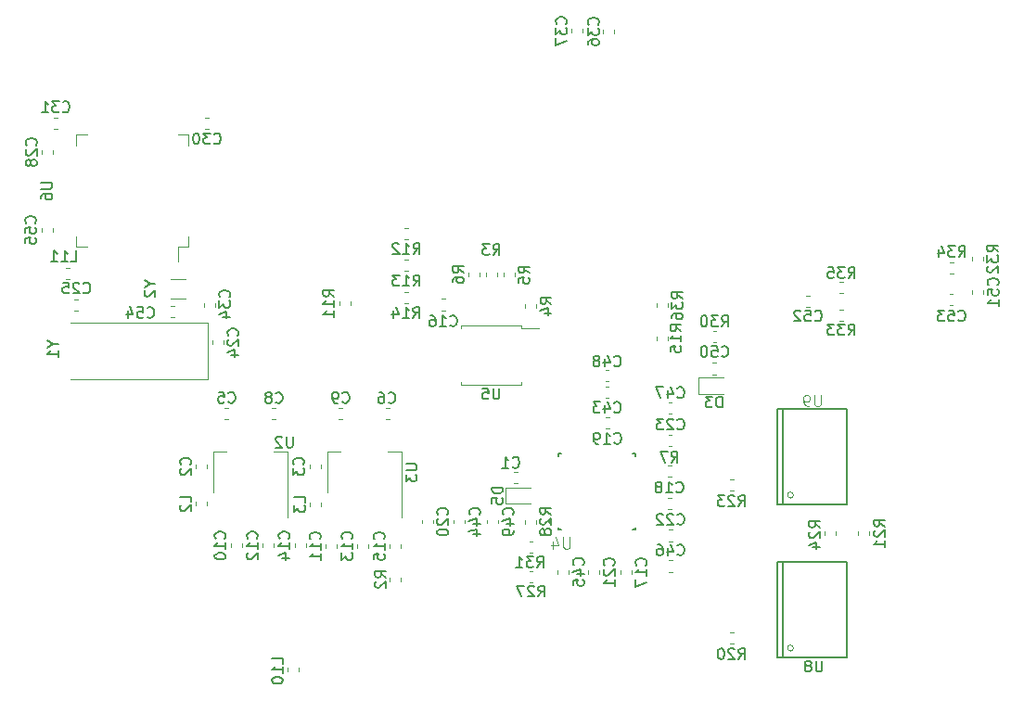
<source format=gbr>
G04 #@! TF.GenerationSoftware,KiCad,Pcbnew,(5.1.5)-3*
G04 #@! TF.CreationDate,2020-05-25T11:19:48-05:00*
G04 #@! TF.ProjectId,Delta_Robot,44656c74-615f-4526-9f62-6f742e6b6963,rev?*
G04 #@! TF.SameCoordinates,Original*
G04 #@! TF.FileFunction,Legend,Bot*
G04 #@! TF.FilePolarity,Positive*
%FSLAX46Y46*%
G04 Gerber Fmt 4.6, Leading zero omitted, Abs format (unit mm)*
G04 Created by KiCad (PCBNEW (5.1.5)-3) date 2020-05-25 11:19:48*
%MOMM*%
%LPD*%
G04 APERTURE LIST*
%ADD10C,0.120000*%
%ADD11C,0.152400*%
%ADD12C,0.100000*%
%ADD13C,0.127000*%
%ADD14C,0.200000*%
%ADD15C,0.150000*%
%ADD16C,0.015000*%
G04 APERTURE END LIST*
D10*
X136906000Y-98356000D02*
X134181000Y-98356000D01*
X134181000Y-98356000D02*
X134181000Y-98096000D01*
X136906000Y-98356000D02*
X139631000Y-98356000D01*
X139631000Y-98356000D02*
X139631000Y-98096000D01*
X136906000Y-92906000D02*
X134181000Y-92906000D01*
X134181000Y-92906000D02*
X134181000Y-93166000D01*
X136906000Y-92906000D02*
X139631000Y-92906000D01*
X139631000Y-92906000D02*
X139631000Y-93166000D01*
X139631000Y-93166000D02*
X141306000Y-93166000D01*
X99059999Y-76461999D02*
X99059999Y-75511999D01*
X99059999Y-75511999D02*
X100009999Y-75511999D01*
X99059999Y-84781999D02*
X99059999Y-85731999D01*
X99059999Y-85731999D02*
X100009999Y-85731999D01*
X109279999Y-76461999D02*
X109279999Y-75511999D01*
X109279999Y-75511999D02*
X108329999Y-75511999D01*
X109279999Y-84781999D02*
X109279999Y-85731999D01*
X109279999Y-85731999D02*
X108329999Y-85731999D01*
X108329999Y-85731999D02*
X108329999Y-87071999D01*
X111525000Y-104389000D02*
X112785000Y-104389000D01*
X118345000Y-104389000D02*
X117085000Y-104389000D01*
X111525000Y-108149000D02*
X111525000Y-104389000D01*
X118345000Y-110399000D02*
X118345000Y-104389000D01*
X121939000Y-104389000D02*
X123199000Y-104389000D01*
X128759000Y-104389000D02*
X127499000Y-104389000D01*
X121939000Y-108149000D02*
X121939000Y-104389000D01*
X128759000Y-110399000D02*
X128759000Y-104389000D01*
D11*
X169423000Y-114512000D02*
X163579000Y-114512000D01*
X163579000Y-114512000D02*
X163063000Y-114512000D01*
X169423000Y-123257000D02*
X169423000Y-114512000D01*
X163063000Y-114512000D02*
X163063000Y-123257000D01*
X163063000Y-123257000D02*
X169423000Y-123257000D01*
X163579000Y-114512000D02*
X163579000Y-123157000D01*
D12*
X164519100Y-122372000D02*
G75*
G03X164519100Y-122372000I-276100J0D01*
G01*
X164519100Y-108402000D02*
G75*
G03X164519100Y-108402000I-276100J0D01*
G01*
D11*
X163579000Y-100542000D02*
X163579000Y-109187000D01*
X163063000Y-109287000D02*
X169423000Y-109287000D01*
X163063000Y-100542000D02*
X163063000Y-109287000D01*
X169423000Y-109287000D02*
X169423000Y-100542000D01*
X163579000Y-100542000D02*
X163063000Y-100542000D01*
X169423000Y-100542000D02*
X163579000Y-100542000D01*
D10*
X136446800Y-88119133D02*
X136446800Y-88461667D01*
X137466800Y-88119133D02*
X137466800Y-88461667D01*
X140028200Y-91281067D02*
X140028200Y-90938533D01*
X141048200Y-91281067D02*
X141048200Y-90938533D01*
X138072400Y-88119133D02*
X138072400Y-88461667D01*
X139092400Y-88119133D02*
X139092400Y-88461667D01*
X135892000Y-88093733D02*
X135892000Y-88436267D01*
X134872000Y-88093733D02*
X134872000Y-88436267D01*
D13*
X150058000Y-104577000D02*
X150058000Y-104827000D01*
X149808000Y-104577000D02*
X150058000Y-104577000D01*
X143058000Y-104577000D02*
X143308000Y-104577000D01*
X143058000Y-104827000D02*
X143058000Y-104577000D01*
X150058000Y-111577000D02*
X150058000Y-111327000D01*
X149808000Y-111577000D02*
X150058000Y-111577000D01*
X143058000Y-111577000D02*
X143308000Y-111577000D01*
X143058000Y-111327000D02*
X143058000Y-111577000D01*
D14*
X142350000Y-110828000D02*
G75*
G03X142350000Y-110828000I-100000J0D01*
G01*
D10*
X111000000Y-105928279D02*
X111000000Y-105602721D01*
X109980000Y-105928279D02*
X109980000Y-105602721D01*
X121414000Y-105928279D02*
X121414000Y-105602721D01*
X120394000Y-105928279D02*
X120394000Y-105602721D01*
X112938779Y-101475000D02*
X112613221Y-101475000D01*
X112938779Y-100455000D02*
X112613221Y-100455000D01*
X127345221Y-101475000D02*
X127670779Y-101475000D01*
X127345221Y-100455000D02*
X127670779Y-100455000D01*
X116931221Y-101475000D02*
X117256779Y-101475000D01*
X116931221Y-100455000D02*
X117256779Y-100455000D01*
X123352779Y-100455000D02*
X123027221Y-100455000D01*
X123352779Y-101475000D02*
X123027221Y-101475000D01*
X113155000Y-112841721D02*
X113155000Y-113167279D01*
X114175000Y-112841721D02*
X114175000Y-113167279D01*
X121791000Y-113218279D02*
X121791000Y-112892721D01*
X122811000Y-113218279D02*
X122811000Y-112892721D01*
X116076000Y-112841721D02*
X116076000Y-113167279D01*
X117096000Y-112841721D02*
X117096000Y-113167279D01*
X125732000Y-113218279D02*
X125732000Y-112892721D01*
X124712000Y-113218279D02*
X124712000Y-112892721D01*
X120017000Y-112841721D02*
X120017000Y-113167279D01*
X118997000Y-112841721D02*
X118997000Y-113167279D01*
X127633000Y-113218279D02*
X127633000Y-112892721D01*
X128653000Y-113218279D02*
X128653000Y-112892721D01*
X132699979Y-91518200D02*
X132374421Y-91518200D01*
X132699979Y-90498200D02*
X132374421Y-90498200D01*
X148715000Y-115605779D02*
X148715000Y-115280221D01*
X149735000Y-115605779D02*
X149735000Y-115280221D01*
X153350179Y-108659200D02*
X153024621Y-108659200D01*
X153350179Y-109679200D02*
X153024621Y-109679200D01*
X147360421Y-101318600D02*
X147685979Y-101318600D01*
X147360421Y-102338600D02*
X147685979Y-102338600D01*
X131624800Y-110983079D02*
X131624800Y-110657521D01*
X130604800Y-110983079D02*
X130604800Y-110657521D01*
X145794000Y-115605779D02*
X145794000Y-115280221D01*
X146814000Y-115605779D02*
X146814000Y-115280221D01*
X153451779Y-112600200D02*
X153126221Y-112600200D01*
X153451779Y-111580200D02*
X153126221Y-111580200D01*
X153100721Y-103888000D02*
X153426279Y-103888000D01*
X153100721Y-102868000D02*
X153426279Y-102868000D01*
X112524000Y-94625279D02*
X112524000Y-94299721D01*
X111504000Y-94625279D02*
X111504000Y-94299721D01*
X99222779Y-91569000D02*
X98897221Y-91569000D01*
X99222779Y-90549000D02*
X98897221Y-90549000D01*
X96903000Y-77251779D02*
X96903000Y-76926221D01*
X95883000Y-77251779D02*
X95883000Y-76926221D01*
X110809921Y-74982800D02*
X111135479Y-74982800D01*
X110809921Y-73962800D02*
X111135479Y-73962800D01*
X97343179Y-74932000D02*
X97017621Y-74932000D01*
X97343179Y-73912000D02*
X97017621Y-73912000D01*
X147148999Y-66244978D02*
X147148999Y-65919420D01*
X148168999Y-66244978D02*
X148168999Y-65919420D01*
X144270000Y-66177479D02*
X144270000Y-65851921D01*
X145290000Y-66177479D02*
X145290000Y-65851921D01*
X147334921Y-99519200D02*
X147660479Y-99519200D01*
X147334921Y-98499200D02*
X147660479Y-98499200D01*
X133525800Y-110983079D02*
X133525800Y-110657521D01*
X134545800Y-110983079D02*
X134545800Y-110657521D01*
X144020000Y-115580279D02*
X144020000Y-115254721D01*
X143000000Y-115580279D02*
X143000000Y-115254721D01*
X153451779Y-114374200D02*
X153126221Y-114374200D01*
X153451779Y-115394200D02*
X153126221Y-115394200D01*
X153100821Y-99972400D02*
X153426379Y-99972400D01*
X153100821Y-100992400D02*
X153426379Y-100992400D01*
X147335021Y-96975200D02*
X147660579Y-96975200D01*
X147335021Y-97995200D02*
X147660579Y-97995200D01*
X137593800Y-110983079D02*
X137593800Y-110657521D01*
X136573800Y-110983079D02*
X136573800Y-110657521D01*
X157464979Y-97360200D02*
X157139421Y-97360200D01*
X157464979Y-96340200D02*
X157139421Y-96340200D01*
X109980000Y-109031721D02*
X109980000Y-109357279D01*
X111000000Y-109031721D02*
X111000000Y-109357279D01*
X120394000Y-109082721D02*
X120394000Y-109408279D01*
X121414000Y-109082721D02*
X121414000Y-109408279D01*
X118336600Y-124470379D02*
X118336600Y-124144821D01*
X119356600Y-124470379D02*
X119356600Y-124144821D01*
X127633000Y-115915221D02*
X127633000Y-116240779D01*
X128653000Y-115915221D02*
X128653000Y-116240779D01*
X123061000Y-90743821D02*
X123061000Y-91069379D01*
X124081000Y-90743821D02*
X124081000Y-91069379D01*
X129021721Y-85015800D02*
X129347279Y-85015800D01*
X129021721Y-83995800D02*
X129347279Y-83995800D01*
X129021721Y-87936800D02*
X129347279Y-87936800D01*
X129021721Y-86916800D02*
X129347279Y-86916800D01*
X128996221Y-89837800D02*
X129321779Y-89837800D01*
X128996221Y-90857800D02*
X129321779Y-90857800D01*
X159039779Y-120902000D02*
X158714221Y-120902000D01*
X159039779Y-121922000D02*
X158714221Y-121922000D01*
X171452000Y-111724221D02*
X171452000Y-112049779D01*
X170432000Y-111724221D02*
X170432000Y-112049779D01*
X159039779Y-106932000D02*
X158714221Y-106932000D01*
X159039779Y-107952000D02*
X158714221Y-107952000D01*
X167384000Y-112049779D02*
X167384000Y-111724221D01*
X168404000Y-112049779D02*
X168404000Y-111724221D01*
X158102200Y-99160000D02*
X155817200Y-99160000D01*
X155817200Y-99160000D02*
X155817200Y-97690000D01*
X155817200Y-97690000D02*
X158102200Y-97690000D01*
X140726379Y-115314000D02*
X140400821Y-115314000D01*
X140726379Y-116334000D02*
X140400821Y-116334000D01*
X157164821Y-94464600D02*
X157490379Y-94464600D01*
X157164821Y-93444600D02*
X157490379Y-93444600D01*
X140726379Y-113667000D02*
X140400821Y-113667000D01*
X140726379Y-112647000D02*
X140400821Y-112647000D01*
X153024621Y-106682000D02*
X153350179Y-106682000D01*
X153024621Y-105662000D02*
X153350179Y-105662000D01*
X181866000Y-90027979D02*
X181866000Y-89702421D01*
X180846000Y-90027979D02*
X180846000Y-89702421D01*
X165999379Y-91188000D02*
X165673821Y-91188000D01*
X165999379Y-90168000D02*
X165673821Y-90168000D01*
X178754721Y-91061000D02*
X179080279Y-91061000D01*
X178754721Y-90041000D02*
X179080279Y-90041000D01*
X181866000Y-86979979D02*
X181866000Y-86654421D01*
X180846000Y-86979979D02*
X180846000Y-86654421D01*
X169047279Y-91438000D02*
X168721721Y-91438000D01*
X169047279Y-92458000D02*
X168721721Y-92458000D01*
X179131279Y-88140000D02*
X178805721Y-88140000D01*
X179131279Y-87120000D02*
X178805721Y-87120000D01*
X169047279Y-89918000D02*
X168721721Y-89918000D01*
X169047279Y-88898000D02*
X168721721Y-88898000D01*
X98494000Y-92700000D02*
X111094000Y-92700000D01*
X111094000Y-92700000D02*
X111094000Y-97800000D01*
X111094000Y-97800000D02*
X98494000Y-97800000D01*
X110742000Y-90921621D02*
X110742000Y-91247179D01*
X111762000Y-90921621D02*
X111762000Y-91247179D01*
X107685621Y-91133200D02*
X108011179Y-91133200D01*
X107685621Y-92153200D02*
X108011179Y-92153200D01*
X95857600Y-84038121D02*
X95857600Y-84363679D01*
X96877600Y-84038121D02*
X96877600Y-84363679D01*
X98109721Y-88648000D02*
X98435279Y-88648000D01*
X98109721Y-87628000D02*
X98435279Y-87628000D01*
X107681400Y-88685400D02*
X109031400Y-88685400D01*
X107681400Y-90435400D02*
X109031400Y-90435400D01*
X138215000Y-107723000D02*
X140500000Y-107723000D01*
X138215000Y-109193000D02*
X138215000Y-107723000D01*
X140500000Y-109193000D02*
X138215000Y-109193000D01*
X140002800Y-110682821D02*
X140002800Y-111008379D01*
X141022800Y-110682821D02*
X141022800Y-111008379D01*
X152042400Y-93918821D02*
X152042400Y-94244379D01*
X153062400Y-93918821D02*
X153062400Y-94244379D01*
X153037000Y-90921621D02*
X153037000Y-91247179D01*
X152017000Y-90921621D02*
X152017000Y-91247179D01*
X138978421Y-107342400D02*
X139303979Y-107342400D01*
X138978421Y-106322400D02*
X139303979Y-106322400D01*
D15*
X137667904Y-98639380D02*
X137667904Y-99448904D01*
X137620285Y-99544142D01*
X137572666Y-99591761D01*
X137477428Y-99639380D01*
X137286952Y-99639380D01*
X137191714Y-99591761D01*
X137144095Y-99544142D01*
X137096476Y-99448904D01*
X137096476Y-98639380D01*
X136144095Y-98639380D02*
X136620285Y-98639380D01*
X136667904Y-99115571D01*
X136620285Y-99067952D01*
X136525047Y-99020333D01*
X136286952Y-99020333D01*
X136191714Y-99067952D01*
X136144095Y-99115571D01*
X136096476Y-99210809D01*
X136096476Y-99448904D01*
X136144095Y-99544142D01*
X136191714Y-99591761D01*
X136286952Y-99639380D01*
X136525047Y-99639380D01*
X136620285Y-99591761D01*
X136667904Y-99544142D01*
X95845380Y-79860094D02*
X96654904Y-79860094D01*
X96750142Y-79907713D01*
X96797761Y-79955332D01*
X96845380Y-80050570D01*
X96845380Y-80241046D01*
X96797761Y-80336284D01*
X96750142Y-80383903D01*
X96654904Y-80431522D01*
X95845380Y-80431522D01*
X95845380Y-81336284D02*
X95845380Y-81145808D01*
X95893000Y-81050570D01*
X95940619Y-81002951D01*
X96083476Y-80907713D01*
X96273952Y-80860094D01*
X96654904Y-80860094D01*
X96750142Y-80907713D01*
X96797761Y-80955332D01*
X96845380Y-81050570D01*
X96845380Y-81241046D01*
X96797761Y-81336284D01*
X96750142Y-81383903D01*
X96654904Y-81431522D01*
X96416809Y-81431522D01*
X96321571Y-81383903D01*
X96273952Y-81336284D01*
X96226333Y-81241046D01*
X96226333Y-81050570D01*
X96273952Y-80955332D01*
X96321571Y-80907713D01*
X96416809Y-80860094D01*
X118821104Y-103058980D02*
X118821104Y-103868504D01*
X118773485Y-103963742D01*
X118725866Y-104011361D01*
X118630628Y-104058980D01*
X118440152Y-104058980D01*
X118344914Y-104011361D01*
X118297295Y-103963742D01*
X118249676Y-103868504D01*
X118249676Y-103058980D01*
X117821104Y-103154219D02*
X117773485Y-103106600D01*
X117678247Y-103058980D01*
X117440152Y-103058980D01*
X117344914Y-103106600D01*
X117297295Y-103154219D01*
X117249676Y-103249457D01*
X117249676Y-103344695D01*
X117297295Y-103487552D01*
X117868723Y-104058980D01*
X117249676Y-104058980D01*
X129144780Y-105562495D02*
X129954304Y-105562495D01*
X130049542Y-105610114D01*
X130097161Y-105657733D01*
X130144780Y-105752971D01*
X130144780Y-105943447D01*
X130097161Y-106038685D01*
X130049542Y-106086304D01*
X129954304Y-106133923D01*
X129144780Y-106133923D01*
X129144780Y-106514876D02*
X129144780Y-107133923D01*
X129525733Y-106800590D01*
X129525733Y-106943447D01*
X129573352Y-107038685D01*
X129620971Y-107086304D01*
X129716209Y-107133923D01*
X129954304Y-107133923D01*
X130049542Y-107086304D01*
X130097161Y-107038685D01*
X130144780Y-106943447D01*
X130144780Y-106657733D01*
X130097161Y-106562495D01*
X130049542Y-106514876D01*
X167131904Y-123531380D02*
X167131904Y-124340904D01*
X167084285Y-124436142D01*
X167036666Y-124483761D01*
X166941428Y-124531380D01*
X166750952Y-124531380D01*
X166655714Y-124483761D01*
X166608095Y-124436142D01*
X166560476Y-124340904D01*
X166560476Y-123531380D01*
X165941428Y-123959952D02*
X166036666Y-123912333D01*
X166084285Y-123864714D01*
X166131904Y-123769476D01*
X166131904Y-123721857D01*
X166084285Y-123626619D01*
X166036666Y-123579000D01*
X165941428Y-123531380D01*
X165750952Y-123531380D01*
X165655714Y-123579000D01*
X165608095Y-123626619D01*
X165560476Y-123721857D01*
X165560476Y-123769476D01*
X165608095Y-123864714D01*
X165655714Y-123912333D01*
X165750952Y-123959952D01*
X165941428Y-123959952D01*
X166036666Y-124007571D01*
X166084285Y-124055190D01*
X166131904Y-124150428D01*
X166131904Y-124340904D01*
X166084285Y-124436142D01*
X166036666Y-124483761D01*
X165941428Y-124531380D01*
X165750952Y-124531380D01*
X165655714Y-124483761D01*
X165608095Y-124436142D01*
X165560476Y-124340904D01*
X165560476Y-124150428D01*
X165608095Y-124055190D01*
X165655714Y-124007571D01*
X165750952Y-123959952D01*
D16*
X167006392Y-99273311D02*
X167006392Y-100084416D01*
X166958680Y-100179840D01*
X166910968Y-100227552D01*
X166815544Y-100275264D01*
X166624696Y-100275264D01*
X166529272Y-100227552D01*
X166481560Y-100179840D01*
X166433848Y-100084416D01*
X166433848Y-99273311D01*
X165909015Y-100275264D02*
X165718167Y-100275264D01*
X165622743Y-100227552D01*
X165575031Y-100179840D01*
X165479607Y-100036704D01*
X165431895Y-99845856D01*
X165431895Y-99464159D01*
X165479607Y-99368735D01*
X165527319Y-99321023D01*
X165622743Y-99273311D01*
X165813591Y-99273311D01*
X165909015Y-99321023D01*
X165956727Y-99368735D01*
X166004439Y-99464159D01*
X166004439Y-99702719D01*
X165956727Y-99798143D01*
X165909015Y-99845856D01*
X165813591Y-99893568D01*
X165622743Y-99893568D01*
X165527319Y-99845856D01*
X165479607Y-99798143D01*
X165431895Y-99702719D01*
D15*
X137098066Y-86482180D02*
X137431400Y-86005990D01*
X137669495Y-86482180D02*
X137669495Y-85482180D01*
X137288542Y-85482180D01*
X137193304Y-85529800D01*
X137145685Y-85577419D01*
X137098066Y-85672657D01*
X137098066Y-85815514D01*
X137145685Y-85910752D01*
X137193304Y-85958371D01*
X137288542Y-86005990D01*
X137669495Y-86005990D01*
X136764733Y-85482180D02*
X136145685Y-85482180D01*
X136479019Y-85863133D01*
X136336161Y-85863133D01*
X136240923Y-85910752D01*
X136193304Y-85958371D01*
X136145685Y-86053609D01*
X136145685Y-86291704D01*
X136193304Y-86386942D01*
X136240923Y-86434561D01*
X136336161Y-86482180D01*
X136621876Y-86482180D01*
X136717114Y-86434561D01*
X136764733Y-86386942D01*
X142420580Y-90943133D02*
X141944390Y-90609800D01*
X142420580Y-90371704D02*
X141420580Y-90371704D01*
X141420580Y-90752657D01*
X141468200Y-90847895D01*
X141515819Y-90895514D01*
X141611057Y-90943133D01*
X141753914Y-90943133D01*
X141849152Y-90895514D01*
X141896771Y-90847895D01*
X141944390Y-90752657D01*
X141944390Y-90371704D01*
X141753914Y-91800276D02*
X142420580Y-91800276D01*
X141372961Y-91562180D02*
X142087247Y-91324085D01*
X142087247Y-91943133D01*
X140431780Y-88123733D02*
X139955590Y-87790400D01*
X140431780Y-87552304D02*
X139431780Y-87552304D01*
X139431780Y-87933257D01*
X139479400Y-88028495D01*
X139527019Y-88076114D01*
X139622257Y-88123733D01*
X139765114Y-88123733D01*
X139860352Y-88076114D01*
X139907971Y-88028495D01*
X139955590Y-87933257D01*
X139955590Y-87552304D01*
X139431780Y-89028495D02*
X139431780Y-88552304D01*
X139907971Y-88504685D01*
X139860352Y-88552304D01*
X139812733Y-88647542D01*
X139812733Y-88885638D01*
X139860352Y-88980876D01*
X139907971Y-89028495D01*
X140003209Y-89076114D01*
X140241304Y-89076114D01*
X140336542Y-89028495D01*
X140384161Y-88980876D01*
X140431780Y-88885638D01*
X140431780Y-88647542D01*
X140384161Y-88552304D01*
X140336542Y-88504685D01*
X134404380Y-88098333D02*
X133928190Y-87765000D01*
X134404380Y-87526904D02*
X133404380Y-87526904D01*
X133404380Y-87907857D01*
X133452000Y-88003095D01*
X133499619Y-88050714D01*
X133594857Y-88098333D01*
X133737714Y-88098333D01*
X133832952Y-88050714D01*
X133880571Y-88003095D01*
X133928190Y-87907857D01*
X133928190Y-87526904D01*
X133404380Y-88955476D02*
X133404380Y-88765000D01*
X133452000Y-88669761D01*
X133499619Y-88622142D01*
X133642476Y-88526904D01*
X133832952Y-88479285D01*
X134213904Y-88479285D01*
X134309142Y-88526904D01*
X134356761Y-88574523D01*
X134404380Y-88669761D01*
X134404380Y-88860238D01*
X134356761Y-88955476D01*
X134309142Y-89003095D01*
X134213904Y-89050714D01*
X133975809Y-89050714D01*
X133880571Y-89003095D01*
X133832952Y-88955476D01*
X133785333Y-88860238D01*
X133785333Y-88669761D01*
X133832952Y-88574523D01*
X133880571Y-88526904D01*
X133975809Y-88479285D01*
D16*
X144108017Y-112250924D02*
X144108017Y-113102218D01*
X144057941Y-113202370D01*
X144007865Y-113252446D01*
X143907713Y-113302522D01*
X143707408Y-113302522D01*
X143607256Y-113252446D01*
X143557180Y-113202370D01*
X143507104Y-113102218D01*
X143507104Y-112250924D01*
X142555658Y-112601457D02*
X142555658Y-113302522D01*
X142806039Y-112200848D02*
X143056419Y-112951990D01*
X142405430Y-112951990D01*
D15*
X109450142Y-105598833D02*
X109497761Y-105551214D01*
X109545380Y-105408357D01*
X109545380Y-105313119D01*
X109497761Y-105170261D01*
X109402523Y-105075023D01*
X109307285Y-105027404D01*
X109116809Y-104979785D01*
X108973952Y-104979785D01*
X108783476Y-105027404D01*
X108688238Y-105075023D01*
X108593000Y-105170261D01*
X108545380Y-105313119D01*
X108545380Y-105408357D01*
X108593000Y-105551214D01*
X108640619Y-105598833D01*
X108640619Y-105979785D02*
X108593000Y-106027404D01*
X108545380Y-106122642D01*
X108545380Y-106360738D01*
X108593000Y-106455976D01*
X108640619Y-106503595D01*
X108735857Y-106551214D01*
X108831095Y-106551214D01*
X108973952Y-106503595D01*
X109545380Y-105932166D01*
X109545380Y-106551214D01*
X119737142Y-105598833D02*
X119784761Y-105551214D01*
X119832380Y-105408357D01*
X119832380Y-105313119D01*
X119784761Y-105170261D01*
X119689523Y-105075023D01*
X119594285Y-105027404D01*
X119403809Y-104979785D01*
X119260952Y-104979785D01*
X119070476Y-105027404D01*
X118975238Y-105075023D01*
X118880000Y-105170261D01*
X118832380Y-105313119D01*
X118832380Y-105408357D01*
X118880000Y-105551214D01*
X118927619Y-105598833D01*
X118832380Y-105932166D02*
X118832380Y-106551214D01*
X119213333Y-106217880D01*
X119213333Y-106360738D01*
X119260952Y-106455976D01*
X119308571Y-106503595D01*
X119403809Y-106551214D01*
X119641904Y-106551214D01*
X119737142Y-106503595D01*
X119784761Y-106455976D01*
X119832380Y-106360738D01*
X119832380Y-106075023D01*
X119784761Y-105979785D01*
X119737142Y-105932166D01*
X112942666Y-99892142D02*
X112990285Y-99939761D01*
X113133142Y-99987380D01*
X113228380Y-99987380D01*
X113371238Y-99939761D01*
X113466476Y-99844523D01*
X113514095Y-99749285D01*
X113561714Y-99558809D01*
X113561714Y-99415952D01*
X113514095Y-99225476D01*
X113466476Y-99130238D01*
X113371238Y-99035000D01*
X113228380Y-98987380D01*
X113133142Y-98987380D01*
X112990285Y-99035000D01*
X112942666Y-99082619D01*
X112037904Y-98987380D02*
X112514095Y-98987380D01*
X112561714Y-99463571D01*
X112514095Y-99415952D01*
X112418857Y-99368333D01*
X112180761Y-99368333D01*
X112085523Y-99415952D01*
X112037904Y-99463571D01*
X111990285Y-99558809D01*
X111990285Y-99796904D01*
X112037904Y-99892142D01*
X112085523Y-99939761D01*
X112180761Y-99987380D01*
X112418857Y-99987380D01*
X112514095Y-99939761D01*
X112561714Y-99892142D01*
X127547666Y-99925142D02*
X127595285Y-99972761D01*
X127738142Y-100020380D01*
X127833380Y-100020380D01*
X127976238Y-99972761D01*
X128071476Y-99877523D01*
X128119095Y-99782285D01*
X128166714Y-99591809D01*
X128166714Y-99448952D01*
X128119095Y-99258476D01*
X128071476Y-99163238D01*
X127976238Y-99068000D01*
X127833380Y-99020380D01*
X127738142Y-99020380D01*
X127595285Y-99068000D01*
X127547666Y-99115619D01*
X126690523Y-99020380D02*
X126881000Y-99020380D01*
X126976238Y-99068000D01*
X127023857Y-99115619D01*
X127119095Y-99258476D01*
X127166714Y-99448952D01*
X127166714Y-99829904D01*
X127119095Y-99925142D01*
X127071476Y-99972761D01*
X126976238Y-100020380D01*
X126785761Y-100020380D01*
X126690523Y-99972761D01*
X126642904Y-99925142D01*
X126595285Y-99829904D01*
X126595285Y-99591809D01*
X126642904Y-99496571D01*
X126690523Y-99448952D01*
X126785761Y-99401333D01*
X126976238Y-99401333D01*
X127071476Y-99448952D01*
X127119095Y-99496571D01*
X127166714Y-99591809D01*
X117260666Y-99925142D02*
X117308285Y-99972761D01*
X117451142Y-100020380D01*
X117546380Y-100020380D01*
X117689238Y-99972761D01*
X117784476Y-99877523D01*
X117832095Y-99782285D01*
X117879714Y-99591809D01*
X117879714Y-99448952D01*
X117832095Y-99258476D01*
X117784476Y-99163238D01*
X117689238Y-99068000D01*
X117546380Y-99020380D01*
X117451142Y-99020380D01*
X117308285Y-99068000D01*
X117260666Y-99115619D01*
X116689238Y-99448952D02*
X116784476Y-99401333D01*
X116832095Y-99353714D01*
X116879714Y-99258476D01*
X116879714Y-99210857D01*
X116832095Y-99115619D01*
X116784476Y-99068000D01*
X116689238Y-99020380D01*
X116498761Y-99020380D01*
X116403523Y-99068000D01*
X116355904Y-99115619D01*
X116308285Y-99210857D01*
X116308285Y-99258476D01*
X116355904Y-99353714D01*
X116403523Y-99401333D01*
X116498761Y-99448952D01*
X116689238Y-99448952D01*
X116784476Y-99496571D01*
X116832095Y-99544190D01*
X116879714Y-99639428D01*
X116879714Y-99829904D01*
X116832095Y-99925142D01*
X116784476Y-99972761D01*
X116689238Y-100020380D01*
X116498761Y-100020380D01*
X116403523Y-99972761D01*
X116355904Y-99925142D01*
X116308285Y-99829904D01*
X116308285Y-99639428D01*
X116355904Y-99544190D01*
X116403523Y-99496571D01*
X116498761Y-99448952D01*
X123356666Y-99892142D02*
X123404285Y-99939761D01*
X123547142Y-99987380D01*
X123642380Y-99987380D01*
X123785238Y-99939761D01*
X123880476Y-99844523D01*
X123928095Y-99749285D01*
X123975714Y-99558809D01*
X123975714Y-99415952D01*
X123928095Y-99225476D01*
X123880476Y-99130238D01*
X123785238Y-99035000D01*
X123642380Y-98987380D01*
X123547142Y-98987380D01*
X123404285Y-99035000D01*
X123356666Y-99082619D01*
X122880476Y-99987380D02*
X122690000Y-99987380D01*
X122594761Y-99939761D01*
X122547142Y-99892142D01*
X122451904Y-99749285D01*
X122404285Y-99558809D01*
X122404285Y-99177857D01*
X122451904Y-99082619D01*
X122499523Y-99035000D01*
X122594761Y-98987380D01*
X122785238Y-98987380D01*
X122880476Y-99035000D01*
X122928095Y-99082619D01*
X122975714Y-99177857D01*
X122975714Y-99415952D01*
X122928095Y-99511190D01*
X122880476Y-99558809D01*
X122785238Y-99606428D01*
X122594761Y-99606428D01*
X122499523Y-99558809D01*
X122451904Y-99511190D01*
X122404285Y-99415952D01*
X112592142Y-112361642D02*
X112639761Y-112314023D01*
X112687380Y-112171166D01*
X112687380Y-112075928D01*
X112639761Y-111933071D01*
X112544523Y-111837833D01*
X112449285Y-111790214D01*
X112258809Y-111742595D01*
X112115952Y-111742595D01*
X111925476Y-111790214D01*
X111830238Y-111837833D01*
X111735000Y-111933071D01*
X111687380Y-112075928D01*
X111687380Y-112171166D01*
X111735000Y-112314023D01*
X111782619Y-112361642D01*
X112687380Y-113314023D02*
X112687380Y-112742595D01*
X112687380Y-113028309D02*
X111687380Y-113028309D01*
X111830238Y-112933071D01*
X111925476Y-112837833D01*
X111973095Y-112742595D01*
X111687380Y-113933071D02*
X111687380Y-114028309D01*
X111735000Y-114123547D01*
X111782619Y-114171166D01*
X111877857Y-114218785D01*
X112068333Y-114266404D01*
X112306428Y-114266404D01*
X112496904Y-114218785D01*
X112592142Y-114171166D01*
X112639761Y-114123547D01*
X112687380Y-114028309D01*
X112687380Y-113933071D01*
X112639761Y-113837833D01*
X112592142Y-113790214D01*
X112496904Y-113742595D01*
X112306428Y-113694976D01*
X112068333Y-113694976D01*
X111877857Y-113742595D01*
X111782619Y-113790214D01*
X111735000Y-113837833D01*
X111687380Y-113933071D01*
X121261142Y-112412642D02*
X121308761Y-112365023D01*
X121356380Y-112222166D01*
X121356380Y-112126928D01*
X121308761Y-111984071D01*
X121213523Y-111888833D01*
X121118285Y-111841214D01*
X120927809Y-111793595D01*
X120784952Y-111793595D01*
X120594476Y-111841214D01*
X120499238Y-111888833D01*
X120404000Y-111984071D01*
X120356380Y-112126928D01*
X120356380Y-112222166D01*
X120404000Y-112365023D01*
X120451619Y-112412642D01*
X121356380Y-113365023D02*
X121356380Y-112793595D01*
X121356380Y-113079309D02*
X120356380Y-113079309D01*
X120499238Y-112984071D01*
X120594476Y-112888833D01*
X120642095Y-112793595D01*
X121356380Y-114317404D02*
X121356380Y-113745976D01*
X121356380Y-114031690D02*
X120356380Y-114031690D01*
X120499238Y-113936452D01*
X120594476Y-113841214D01*
X120642095Y-113745976D01*
X115513142Y-112361642D02*
X115560761Y-112314023D01*
X115608380Y-112171166D01*
X115608380Y-112075928D01*
X115560761Y-111933071D01*
X115465523Y-111837833D01*
X115370285Y-111790214D01*
X115179809Y-111742595D01*
X115036952Y-111742595D01*
X114846476Y-111790214D01*
X114751238Y-111837833D01*
X114656000Y-111933071D01*
X114608380Y-112075928D01*
X114608380Y-112171166D01*
X114656000Y-112314023D01*
X114703619Y-112361642D01*
X115608380Y-113314023D02*
X115608380Y-112742595D01*
X115608380Y-113028309D02*
X114608380Y-113028309D01*
X114751238Y-112933071D01*
X114846476Y-112837833D01*
X114894095Y-112742595D01*
X114703619Y-113694976D02*
X114656000Y-113742595D01*
X114608380Y-113837833D01*
X114608380Y-114075928D01*
X114656000Y-114171166D01*
X114703619Y-114218785D01*
X114798857Y-114266404D01*
X114894095Y-114266404D01*
X115036952Y-114218785D01*
X115608380Y-113647357D01*
X115608380Y-114266404D01*
X124182142Y-112387142D02*
X124229761Y-112339523D01*
X124277380Y-112196666D01*
X124277380Y-112101428D01*
X124229761Y-111958571D01*
X124134523Y-111863333D01*
X124039285Y-111815714D01*
X123848809Y-111768095D01*
X123705952Y-111768095D01*
X123515476Y-111815714D01*
X123420238Y-111863333D01*
X123325000Y-111958571D01*
X123277380Y-112101428D01*
X123277380Y-112196666D01*
X123325000Y-112339523D01*
X123372619Y-112387142D01*
X124277380Y-113339523D02*
X124277380Y-112768095D01*
X124277380Y-113053809D02*
X123277380Y-113053809D01*
X123420238Y-112958571D01*
X123515476Y-112863333D01*
X123563095Y-112768095D01*
X123277380Y-113672857D02*
X123277380Y-114291904D01*
X123658333Y-113958571D01*
X123658333Y-114101428D01*
X123705952Y-114196666D01*
X123753571Y-114244285D01*
X123848809Y-114291904D01*
X124086904Y-114291904D01*
X124182142Y-114244285D01*
X124229761Y-114196666D01*
X124277380Y-114101428D01*
X124277380Y-113815714D01*
X124229761Y-113720476D01*
X124182142Y-113672857D01*
X118434142Y-112361642D02*
X118481761Y-112314023D01*
X118529380Y-112171166D01*
X118529380Y-112075928D01*
X118481761Y-111933071D01*
X118386523Y-111837833D01*
X118291285Y-111790214D01*
X118100809Y-111742595D01*
X117957952Y-111742595D01*
X117767476Y-111790214D01*
X117672238Y-111837833D01*
X117577000Y-111933071D01*
X117529380Y-112075928D01*
X117529380Y-112171166D01*
X117577000Y-112314023D01*
X117624619Y-112361642D01*
X118529380Y-113314023D02*
X118529380Y-112742595D01*
X118529380Y-113028309D02*
X117529380Y-113028309D01*
X117672238Y-112933071D01*
X117767476Y-112837833D01*
X117815095Y-112742595D01*
X117862714Y-114171166D02*
X118529380Y-114171166D01*
X117481761Y-113933071D02*
X118196047Y-113694976D01*
X118196047Y-114314023D01*
X127103142Y-112412642D02*
X127150761Y-112365023D01*
X127198380Y-112222166D01*
X127198380Y-112126928D01*
X127150761Y-111984071D01*
X127055523Y-111888833D01*
X126960285Y-111841214D01*
X126769809Y-111793595D01*
X126626952Y-111793595D01*
X126436476Y-111841214D01*
X126341238Y-111888833D01*
X126246000Y-111984071D01*
X126198380Y-112126928D01*
X126198380Y-112222166D01*
X126246000Y-112365023D01*
X126293619Y-112412642D01*
X127198380Y-113365023D02*
X127198380Y-112793595D01*
X127198380Y-113079309D02*
X126198380Y-113079309D01*
X126341238Y-112984071D01*
X126436476Y-112888833D01*
X126484095Y-112793595D01*
X126198380Y-114269785D02*
X126198380Y-113793595D01*
X126674571Y-113745976D01*
X126626952Y-113793595D01*
X126579333Y-113888833D01*
X126579333Y-114126928D01*
X126626952Y-114222166D01*
X126674571Y-114269785D01*
X126769809Y-114317404D01*
X127007904Y-114317404D01*
X127103142Y-114269785D01*
X127150761Y-114222166D01*
X127198380Y-114126928D01*
X127198380Y-113888833D01*
X127150761Y-113793595D01*
X127103142Y-113745976D01*
X133180057Y-92889342D02*
X133227676Y-92936961D01*
X133370533Y-92984580D01*
X133465771Y-92984580D01*
X133608628Y-92936961D01*
X133703866Y-92841723D01*
X133751485Y-92746485D01*
X133799104Y-92556009D01*
X133799104Y-92413152D01*
X133751485Y-92222676D01*
X133703866Y-92127438D01*
X133608628Y-92032200D01*
X133465771Y-91984580D01*
X133370533Y-91984580D01*
X133227676Y-92032200D01*
X133180057Y-92079819D01*
X132227676Y-92984580D02*
X132799104Y-92984580D01*
X132513390Y-92984580D02*
X132513390Y-91984580D01*
X132608628Y-92127438D01*
X132703866Y-92222676D01*
X132799104Y-92270295D01*
X131370533Y-91984580D02*
X131561009Y-91984580D01*
X131656247Y-92032200D01*
X131703866Y-92079819D01*
X131799104Y-92222676D01*
X131846723Y-92413152D01*
X131846723Y-92794104D01*
X131799104Y-92889342D01*
X131751485Y-92936961D01*
X131656247Y-92984580D01*
X131465771Y-92984580D01*
X131370533Y-92936961D01*
X131322914Y-92889342D01*
X131275295Y-92794104D01*
X131275295Y-92556009D01*
X131322914Y-92460771D01*
X131370533Y-92413152D01*
X131465771Y-92365533D01*
X131656247Y-92365533D01*
X131751485Y-92413152D01*
X131799104Y-92460771D01*
X131846723Y-92556009D01*
X151012142Y-114800142D02*
X151059761Y-114752523D01*
X151107380Y-114609666D01*
X151107380Y-114514428D01*
X151059761Y-114371571D01*
X150964523Y-114276333D01*
X150869285Y-114228714D01*
X150678809Y-114181095D01*
X150535952Y-114181095D01*
X150345476Y-114228714D01*
X150250238Y-114276333D01*
X150155000Y-114371571D01*
X150107380Y-114514428D01*
X150107380Y-114609666D01*
X150155000Y-114752523D01*
X150202619Y-114800142D01*
X151107380Y-115752523D02*
X151107380Y-115181095D01*
X151107380Y-115466809D02*
X150107380Y-115466809D01*
X150250238Y-115371571D01*
X150345476Y-115276333D01*
X150393095Y-115181095D01*
X150107380Y-116085857D02*
X150107380Y-116752523D01*
X151107380Y-116323952D01*
X153830257Y-108096342D02*
X153877876Y-108143961D01*
X154020733Y-108191580D01*
X154115971Y-108191580D01*
X154258828Y-108143961D01*
X154354066Y-108048723D01*
X154401685Y-107953485D01*
X154449304Y-107763009D01*
X154449304Y-107620152D01*
X154401685Y-107429676D01*
X154354066Y-107334438D01*
X154258828Y-107239200D01*
X154115971Y-107191580D01*
X154020733Y-107191580D01*
X153877876Y-107239200D01*
X153830257Y-107286819D01*
X152877876Y-108191580D02*
X153449304Y-108191580D01*
X153163590Y-108191580D02*
X153163590Y-107191580D01*
X153258828Y-107334438D01*
X153354066Y-107429676D01*
X153449304Y-107477295D01*
X152306447Y-107620152D02*
X152401685Y-107572533D01*
X152449304Y-107524914D01*
X152496923Y-107429676D01*
X152496923Y-107382057D01*
X152449304Y-107286819D01*
X152401685Y-107239200D01*
X152306447Y-107191580D01*
X152115971Y-107191580D01*
X152020733Y-107239200D01*
X151973114Y-107286819D01*
X151925495Y-107382057D01*
X151925495Y-107429676D01*
X151973114Y-107524914D01*
X152020733Y-107572533D01*
X152115971Y-107620152D01*
X152306447Y-107620152D01*
X152401685Y-107667771D01*
X152449304Y-107715390D01*
X152496923Y-107810628D01*
X152496923Y-108001104D01*
X152449304Y-108096342D01*
X152401685Y-108143961D01*
X152306447Y-108191580D01*
X152115971Y-108191580D01*
X152020733Y-108143961D01*
X151973114Y-108096342D01*
X151925495Y-108001104D01*
X151925495Y-107810628D01*
X151973114Y-107715390D01*
X152020733Y-107667771D01*
X152115971Y-107620152D01*
X148166057Y-103615742D02*
X148213676Y-103663361D01*
X148356533Y-103710980D01*
X148451771Y-103710980D01*
X148594628Y-103663361D01*
X148689866Y-103568123D01*
X148737485Y-103472885D01*
X148785104Y-103282409D01*
X148785104Y-103139552D01*
X148737485Y-102949076D01*
X148689866Y-102853838D01*
X148594628Y-102758600D01*
X148451771Y-102710980D01*
X148356533Y-102710980D01*
X148213676Y-102758600D01*
X148166057Y-102806219D01*
X147213676Y-103710980D02*
X147785104Y-103710980D01*
X147499390Y-103710980D02*
X147499390Y-102710980D01*
X147594628Y-102853838D01*
X147689866Y-102949076D01*
X147785104Y-102996695D01*
X146737485Y-103710980D02*
X146547009Y-103710980D01*
X146451771Y-103663361D01*
X146404152Y-103615742D01*
X146308914Y-103472885D01*
X146261295Y-103282409D01*
X146261295Y-102901457D01*
X146308914Y-102806219D01*
X146356533Y-102758600D01*
X146451771Y-102710980D01*
X146642247Y-102710980D01*
X146737485Y-102758600D01*
X146785104Y-102806219D01*
X146832723Y-102901457D01*
X146832723Y-103139552D01*
X146785104Y-103234790D01*
X146737485Y-103282409D01*
X146642247Y-103330028D01*
X146451771Y-103330028D01*
X146356533Y-103282409D01*
X146308914Y-103234790D01*
X146261295Y-103139552D01*
X132901942Y-110177442D02*
X132949561Y-110129823D01*
X132997180Y-109986966D01*
X132997180Y-109891728D01*
X132949561Y-109748871D01*
X132854323Y-109653633D01*
X132759085Y-109606014D01*
X132568609Y-109558395D01*
X132425752Y-109558395D01*
X132235276Y-109606014D01*
X132140038Y-109653633D01*
X132044800Y-109748871D01*
X131997180Y-109891728D01*
X131997180Y-109986966D01*
X132044800Y-110129823D01*
X132092419Y-110177442D01*
X132092419Y-110558395D02*
X132044800Y-110606014D01*
X131997180Y-110701252D01*
X131997180Y-110939347D01*
X132044800Y-111034585D01*
X132092419Y-111082204D01*
X132187657Y-111129823D01*
X132282895Y-111129823D01*
X132425752Y-111082204D01*
X132997180Y-110510776D01*
X132997180Y-111129823D01*
X131997180Y-111748871D02*
X131997180Y-111844109D01*
X132044800Y-111939347D01*
X132092419Y-111986966D01*
X132187657Y-112034585D01*
X132378133Y-112082204D01*
X132616228Y-112082204D01*
X132806704Y-112034585D01*
X132901942Y-111986966D01*
X132949561Y-111939347D01*
X132997180Y-111844109D01*
X132997180Y-111748871D01*
X132949561Y-111653633D01*
X132901942Y-111606014D01*
X132806704Y-111558395D01*
X132616228Y-111510776D01*
X132378133Y-111510776D01*
X132187657Y-111558395D01*
X132092419Y-111606014D01*
X132044800Y-111653633D01*
X131997180Y-111748871D01*
X148091142Y-114800142D02*
X148138761Y-114752523D01*
X148186380Y-114609666D01*
X148186380Y-114514428D01*
X148138761Y-114371571D01*
X148043523Y-114276333D01*
X147948285Y-114228714D01*
X147757809Y-114181095D01*
X147614952Y-114181095D01*
X147424476Y-114228714D01*
X147329238Y-114276333D01*
X147234000Y-114371571D01*
X147186380Y-114514428D01*
X147186380Y-114609666D01*
X147234000Y-114752523D01*
X147281619Y-114800142D01*
X147281619Y-115181095D02*
X147234000Y-115228714D01*
X147186380Y-115323952D01*
X147186380Y-115562047D01*
X147234000Y-115657285D01*
X147281619Y-115704904D01*
X147376857Y-115752523D01*
X147472095Y-115752523D01*
X147614952Y-115704904D01*
X148186380Y-115133476D01*
X148186380Y-115752523D01*
X148186380Y-116704904D02*
X148186380Y-116133476D01*
X148186380Y-116419190D02*
X147186380Y-116419190D01*
X147329238Y-116323952D01*
X147424476Y-116228714D01*
X147472095Y-116133476D01*
X153931857Y-111017342D02*
X153979476Y-111064961D01*
X154122333Y-111112580D01*
X154217571Y-111112580D01*
X154360428Y-111064961D01*
X154455666Y-110969723D01*
X154503285Y-110874485D01*
X154550904Y-110684009D01*
X154550904Y-110541152D01*
X154503285Y-110350676D01*
X154455666Y-110255438D01*
X154360428Y-110160200D01*
X154217571Y-110112580D01*
X154122333Y-110112580D01*
X153979476Y-110160200D01*
X153931857Y-110207819D01*
X153550904Y-110207819D02*
X153503285Y-110160200D01*
X153408047Y-110112580D01*
X153169952Y-110112580D01*
X153074714Y-110160200D01*
X153027095Y-110207819D01*
X152979476Y-110303057D01*
X152979476Y-110398295D01*
X153027095Y-110541152D01*
X153598523Y-111112580D01*
X152979476Y-111112580D01*
X152598523Y-110207819D02*
X152550904Y-110160200D01*
X152455666Y-110112580D01*
X152217571Y-110112580D01*
X152122333Y-110160200D01*
X152074714Y-110207819D01*
X152027095Y-110303057D01*
X152027095Y-110398295D01*
X152074714Y-110541152D01*
X152646142Y-111112580D01*
X152027095Y-111112580D01*
X153931857Y-102338142D02*
X153979476Y-102385761D01*
X154122333Y-102433380D01*
X154217571Y-102433380D01*
X154360428Y-102385761D01*
X154455666Y-102290523D01*
X154503285Y-102195285D01*
X154550904Y-102004809D01*
X154550904Y-101861952D01*
X154503285Y-101671476D01*
X154455666Y-101576238D01*
X154360428Y-101481000D01*
X154217571Y-101433380D01*
X154122333Y-101433380D01*
X153979476Y-101481000D01*
X153931857Y-101528619D01*
X153550904Y-101528619D02*
X153503285Y-101481000D01*
X153408047Y-101433380D01*
X153169952Y-101433380D01*
X153074714Y-101481000D01*
X153027095Y-101528619D01*
X152979476Y-101623857D01*
X152979476Y-101719095D01*
X153027095Y-101861952D01*
X153598523Y-102433380D01*
X152979476Y-102433380D01*
X152646142Y-101433380D02*
X152027095Y-101433380D01*
X152360428Y-101814333D01*
X152217571Y-101814333D01*
X152122333Y-101861952D01*
X152074714Y-101909571D01*
X152027095Y-102004809D01*
X152027095Y-102242904D01*
X152074714Y-102338142D01*
X152122333Y-102385761D01*
X152217571Y-102433380D01*
X152503285Y-102433380D01*
X152598523Y-102385761D01*
X152646142Y-102338142D01*
X113768142Y-93819642D02*
X113815761Y-93772023D01*
X113863380Y-93629166D01*
X113863380Y-93533928D01*
X113815761Y-93391071D01*
X113720523Y-93295833D01*
X113625285Y-93248214D01*
X113434809Y-93200595D01*
X113291952Y-93200595D01*
X113101476Y-93248214D01*
X113006238Y-93295833D01*
X112911000Y-93391071D01*
X112863380Y-93533928D01*
X112863380Y-93629166D01*
X112911000Y-93772023D01*
X112958619Y-93819642D01*
X112958619Y-94200595D02*
X112911000Y-94248214D01*
X112863380Y-94343452D01*
X112863380Y-94581547D01*
X112911000Y-94676785D01*
X112958619Y-94724404D01*
X113053857Y-94772023D01*
X113149095Y-94772023D01*
X113291952Y-94724404D01*
X113863380Y-94152976D01*
X113863380Y-94772023D01*
X113196714Y-95629166D02*
X113863380Y-95629166D01*
X112815761Y-95391071D02*
X113530047Y-95152976D01*
X113530047Y-95772023D01*
X99702857Y-89892142D02*
X99750476Y-89939761D01*
X99893333Y-89987380D01*
X99988571Y-89987380D01*
X100131428Y-89939761D01*
X100226666Y-89844523D01*
X100274285Y-89749285D01*
X100321904Y-89558809D01*
X100321904Y-89415952D01*
X100274285Y-89225476D01*
X100226666Y-89130238D01*
X100131428Y-89035000D01*
X99988571Y-88987380D01*
X99893333Y-88987380D01*
X99750476Y-89035000D01*
X99702857Y-89082619D01*
X99321904Y-89082619D02*
X99274285Y-89035000D01*
X99179047Y-88987380D01*
X98940952Y-88987380D01*
X98845714Y-89035000D01*
X98798095Y-89082619D01*
X98750476Y-89177857D01*
X98750476Y-89273095D01*
X98798095Y-89415952D01*
X99369523Y-89987380D01*
X98750476Y-89987380D01*
X97845714Y-88987380D02*
X98321904Y-88987380D01*
X98369523Y-89463571D01*
X98321904Y-89415952D01*
X98226666Y-89368333D01*
X97988571Y-89368333D01*
X97893333Y-89415952D01*
X97845714Y-89463571D01*
X97798095Y-89558809D01*
X97798095Y-89796904D01*
X97845714Y-89892142D01*
X97893333Y-89939761D01*
X97988571Y-89987380D01*
X98226666Y-89987380D01*
X98321904Y-89939761D01*
X98369523Y-89892142D01*
X95353142Y-76446142D02*
X95400761Y-76398523D01*
X95448380Y-76255666D01*
X95448380Y-76160428D01*
X95400761Y-76017571D01*
X95305523Y-75922333D01*
X95210285Y-75874714D01*
X95019809Y-75827095D01*
X94876952Y-75827095D01*
X94686476Y-75874714D01*
X94591238Y-75922333D01*
X94496000Y-76017571D01*
X94448380Y-76160428D01*
X94448380Y-76255666D01*
X94496000Y-76398523D01*
X94543619Y-76446142D01*
X94543619Y-76827095D02*
X94496000Y-76874714D01*
X94448380Y-76969952D01*
X94448380Y-77208047D01*
X94496000Y-77303285D01*
X94543619Y-77350904D01*
X94638857Y-77398523D01*
X94734095Y-77398523D01*
X94876952Y-77350904D01*
X95448380Y-76779476D01*
X95448380Y-77398523D01*
X94876952Y-77969952D02*
X94829333Y-77874714D01*
X94781714Y-77827095D01*
X94686476Y-77779476D01*
X94638857Y-77779476D01*
X94543619Y-77827095D01*
X94496000Y-77874714D01*
X94448380Y-77969952D01*
X94448380Y-78160428D01*
X94496000Y-78255666D01*
X94543619Y-78303285D01*
X94638857Y-78350904D01*
X94686476Y-78350904D01*
X94781714Y-78303285D01*
X94829333Y-78255666D01*
X94876952Y-78160428D01*
X94876952Y-77969952D01*
X94924571Y-77874714D01*
X94972190Y-77827095D01*
X95067428Y-77779476D01*
X95257904Y-77779476D01*
X95353142Y-77827095D01*
X95400761Y-77874714D01*
X95448380Y-77969952D01*
X95448380Y-78160428D01*
X95400761Y-78255666D01*
X95353142Y-78303285D01*
X95257904Y-78350904D01*
X95067428Y-78350904D01*
X94972190Y-78303285D01*
X94924571Y-78255666D01*
X94876952Y-78160428D01*
X111615557Y-76259942D02*
X111663176Y-76307561D01*
X111806033Y-76355180D01*
X111901271Y-76355180D01*
X112044128Y-76307561D01*
X112139366Y-76212323D01*
X112186985Y-76117085D01*
X112234604Y-75926609D01*
X112234604Y-75783752D01*
X112186985Y-75593276D01*
X112139366Y-75498038D01*
X112044128Y-75402800D01*
X111901271Y-75355180D01*
X111806033Y-75355180D01*
X111663176Y-75402800D01*
X111615557Y-75450419D01*
X111282223Y-75355180D02*
X110663176Y-75355180D01*
X110996509Y-75736133D01*
X110853652Y-75736133D01*
X110758414Y-75783752D01*
X110710795Y-75831371D01*
X110663176Y-75926609D01*
X110663176Y-76164704D01*
X110710795Y-76259942D01*
X110758414Y-76307561D01*
X110853652Y-76355180D01*
X111139366Y-76355180D01*
X111234604Y-76307561D01*
X111282223Y-76259942D01*
X110044128Y-75355180D02*
X109948890Y-75355180D01*
X109853652Y-75402800D01*
X109806033Y-75450419D01*
X109758414Y-75545657D01*
X109710795Y-75736133D01*
X109710795Y-75974228D01*
X109758414Y-76164704D01*
X109806033Y-76259942D01*
X109853652Y-76307561D01*
X109948890Y-76355180D01*
X110044128Y-76355180D01*
X110139366Y-76307561D01*
X110186985Y-76259942D01*
X110234604Y-76164704D01*
X110282223Y-75974228D01*
X110282223Y-75736133D01*
X110234604Y-75545657D01*
X110186985Y-75450419D01*
X110139366Y-75402800D01*
X110044128Y-75355180D01*
X97823257Y-73349142D02*
X97870876Y-73396761D01*
X98013733Y-73444380D01*
X98108971Y-73444380D01*
X98251828Y-73396761D01*
X98347066Y-73301523D01*
X98394685Y-73206285D01*
X98442304Y-73015809D01*
X98442304Y-72872952D01*
X98394685Y-72682476D01*
X98347066Y-72587238D01*
X98251828Y-72492000D01*
X98108971Y-72444380D01*
X98013733Y-72444380D01*
X97870876Y-72492000D01*
X97823257Y-72539619D01*
X97489923Y-72444380D02*
X96870876Y-72444380D01*
X97204209Y-72825333D01*
X97061352Y-72825333D01*
X96966114Y-72872952D01*
X96918495Y-72920571D01*
X96870876Y-73015809D01*
X96870876Y-73253904D01*
X96918495Y-73349142D01*
X96966114Y-73396761D01*
X97061352Y-73444380D01*
X97347066Y-73444380D01*
X97442304Y-73396761D01*
X97489923Y-73349142D01*
X95918495Y-73444380D02*
X96489923Y-73444380D01*
X96204209Y-73444380D02*
X96204209Y-72444380D01*
X96299447Y-72587238D01*
X96394685Y-72682476D01*
X96489923Y-72730095D01*
X146661142Y-65439341D02*
X146708761Y-65391722D01*
X146756380Y-65248865D01*
X146756380Y-65153627D01*
X146708761Y-65010770D01*
X146613523Y-64915532D01*
X146518285Y-64867913D01*
X146327809Y-64820294D01*
X146184952Y-64820294D01*
X145994476Y-64867913D01*
X145899238Y-64915532D01*
X145804000Y-65010770D01*
X145756380Y-65153627D01*
X145756380Y-65248865D01*
X145804000Y-65391722D01*
X145851619Y-65439341D01*
X145756380Y-65772675D02*
X145756380Y-66391722D01*
X146137333Y-66058389D01*
X146137333Y-66201246D01*
X146184952Y-66296484D01*
X146232571Y-66344103D01*
X146327809Y-66391722D01*
X146565904Y-66391722D01*
X146661142Y-66344103D01*
X146708761Y-66296484D01*
X146756380Y-66201246D01*
X146756380Y-65915532D01*
X146708761Y-65820294D01*
X146661142Y-65772675D01*
X145756380Y-67248865D02*
X145756380Y-67058389D01*
X145804000Y-66963151D01*
X145851619Y-66915532D01*
X145994476Y-66820294D01*
X146184952Y-66772675D01*
X146565904Y-66772675D01*
X146661142Y-66820294D01*
X146708761Y-66867913D01*
X146756380Y-66963151D01*
X146756380Y-67153627D01*
X146708761Y-67248865D01*
X146661142Y-67296484D01*
X146565904Y-67344103D01*
X146327809Y-67344103D01*
X146232571Y-67296484D01*
X146184952Y-67248865D01*
X146137333Y-67153627D01*
X146137333Y-66963151D01*
X146184952Y-66867913D01*
X146232571Y-66820294D01*
X146327809Y-66772675D01*
X143740142Y-65371842D02*
X143787761Y-65324223D01*
X143835380Y-65181366D01*
X143835380Y-65086128D01*
X143787761Y-64943271D01*
X143692523Y-64848033D01*
X143597285Y-64800414D01*
X143406809Y-64752795D01*
X143263952Y-64752795D01*
X143073476Y-64800414D01*
X142978238Y-64848033D01*
X142883000Y-64943271D01*
X142835380Y-65086128D01*
X142835380Y-65181366D01*
X142883000Y-65324223D01*
X142930619Y-65371842D01*
X142835380Y-65705176D02*
X142835380Y-66324223D01*
X143216333Y-65990890D01*
X143216333Y-66133747D01*
X143263952Y-66228985D01*
X143311571Y-66276604D01*
X143406809Y-66324223D01*
X143644904Y-66324223D01*
X143740142Y-66276604D01*
X143787761Y-66228985D01*
X143835380Y-66133747D01*
X143835380Y-65848033D01*
X143787761Y-65752795D01*
X143740142Y-65705176D01*
X142835380Y-66657557D02*
X142835380Y-67324223D01*
X143835380Y-66895652D01*
X148140557Y-100796342D02*
X148188176Y-100843961D01*
X148331033Y-100891580D01*
X148426271Y-100891580D01*
X148569128Y-100843961D01*
X148664366Y-100748723D01*
X148711985Y-100653485D01*
X148759604Y-100463009D01*
X148759604Y-100320152D01*
X148711985Y-100129676D01*
X148664366Y-100034438D01*
X148569128Y-99939200D01*
X148426271Y-99891580D01*
X148331033Y-99891580D01*
X148188176Y-99939200D01*
X148140557Y-99986819D01*
X147283414Y-100224914D02*
X147283414Y-100891580D01*
X147521509Y-99843961D02*
X147759604Y-100558247D01*
X147140557Y-100558247D01*
X146854842Y-99891580D02*
X146235795Y-99891580D01*
X146569128Y-100272533D01*
X146426271Y-100272533D01*
X146331033Y-100320152D01*
X146283414Y-100367771D01*
X146235795Y-100463009D01*
X146235795Y-100701104D01*
X146283414Y-100796342D01*
X146331033Y-100843961D01*
X146426271Y-100891580D01*
X146711985Y-100891580D01*
X146807223Y-100843961D01*
X146854842Y-100796342D01*
X135822942Y-110177442D02*
X135870561Y-110129823D01*
X135918180Y-109986966D01*
X135918180Y-109891728D01*
X135870561Y-109748871D01*
X135775323Y-109653633D01*
X135680085Y-109606014D01*
X135489609Y-109558395D01*
X135346752Y-109558395D01*
X135156276Y-109606014D01*
X135061038Y-109653633D01*
X134965800Y-109748871D01*
X134918180Y-109891728D01*
X134918180Y-109986966D01*
X134965800Y-110129823D01*
X135013419Y-110177442D01*
X135251514Y-111034585D02*
X135918180Y-111034585D01*
X134870561Y-110796490D02*
X135584847Y-110558395D01*
X135584847Y-111177442D01*
X135251514Y-111986966D02*
X135918180Y-111986966D01*
X134870561Y-111748871D02*
X135584847Y-111510776D01*
X135584847Y-112129823D01*
X145297142Y-114774642D02*
X145344761Y-114727023D01*
X145392380Y-114584166D01*
X145392380Y-114488928D01*
X145344761Y-114346071D01*
X145249523Y-114250833D01*
X145154285Y-114203214D01*
X144963809Y-114155595D01*
X144820952Y-114155595D01*
X144630476Y-114203214D01*
X144535238Y-114250833D01*
X144440000Y-114346071D01*
X144392380Y-114488928D01*
X144392380Y-114584166D01*
X144440000Y-114727023D01*
X144487619Y-114774642D01*
X144725714Y-115631785D02*
X145392380Y-115631785D01*
X144344761Y-115393690D02*
X145059047Y-115155595D01*
X145059047Y-115774642D01*
X144392380Y-116631785D02*
X144392380Y-116155595D01*
X144868571Y-116107976D01*
X144820952Y-116155595D01*
X144773333Y-116250833D01*
X144773333Y-116488928D01*
X144820952Y-116584166D01*
X144868571Y-116631785D01*
X144963809Y-116679404D01*
X145201904Y-116679404D01*
X145297142Y-116631785D01*
X145344761Y-116584166D01*
X145392380Y-116488928D01*
X145392380Y-116250833D01*
X145344761Y-116155595D01*
X145297142Y-116107976D01*
X153931857Y-113811342D02*
X153979476Y-113858961D01*
X154122333Y-113906580D01*
X154217571Y-113906580D01*
X154360428Y-113858961D01*
X154455666Y-113763723D01*
X154503285Y-113668485D01*
X154550904Y-113478009D01*
X154550904Y-113335152D01*
X154503285Y-113144676D01*
X154455666Y-113049438D01*
X154360428Y-112954200D01*
X154217571Y-112906580D01*
X154122333Y-112906580D01*
X153979476Y-112954200D01*
X153931857Y-113001819D01*
X153074714Y-113239914D02*
X153074714Y-113906580D01*
X153312809Y-112858961D02*
X153550904Y-113573247D01*
X152931857Y-113573247D01*
X152122333Y-112906580D02*
X152312809Y-112906580D01*
X152408047Y-112954200D01*
X152455666Y-113001819D01*
X152550904Y-113144676D01*
X152598523Y-113335152D01*
X152598523Y-113716104D01*
X152550904Y-113811342D01*
X152503285Y-113858961D01*
X152408047Y-113906580D01*
X152217571Y-113906580D01*
X152122333Y-113858961D01*
X152074714Y-113811342D01*
X152027095Y-113716104D01*
X152027095Y-113478009D01*
X152074714Y-113382771D01*
X152122333Y-113335152D01*
X152217571Y-113287533D01*
X152408047Y-113287533D01*
X152503285Y-113335152D01*
X152550904Y-113382771D01*
X152598523Y-113478009D01*
X153931957Y-99442542D02*
X153979576Y-99490161D01*
X154122433Y-99537780D01*
X154217671Y-99537780D01*
X154360528Y-99490161D01*
X154455766Y-99394923D01*
X154503385Y-99299685D01*
X154551004Y-99109209D01*
X154551004Y-98966352D01*
X154503385Y-98775876D01*
X154455766Y-98680638D01*
X154360528Y-98585400D01*
X154217671Y-98537780D01*
X154122433Y-98537780D01*
X153979576Y-98585400D01*
X153931957Y-98633019D01*
X153074814Y-98871114D02*
X153074814Y-99537780D01*
X153312909Y-98490161D02*
X153551004Y-99204447D01*
X152931957Y-99204447D01*
X152646242Y-98537780D02*
X151979576Y-98537780D01*
X152408147Y-99537780D01*
X148140657Y-96572342D02*
X148188276Y-96619961D01*
X148331133Y-96667580D01*
X148426371Y-96667580D01*
X148569228Y-96619961D01*
X148664466Y-96524723D01*
X148712085Y-96429485D01*
X148759704Y-96239009D01*
X148759704Y-96096152D01*
X148712085Y-95905676D01*
X148664466Y-95810438D01*
X148569228Y-95715200D01*
X148426371Y-95667580D01*
X148331133Y-95667580D01*
X148188276Y-95715200D01*
X148140657Y-95762819D01*
X147283514Y-96000914D02*
X147283514Y-96667580D01*
X147521609Y-95619961D02*
X147759704Y-96334247D01*
X147140657Y-96334247D01*
X146616847Y-96096152D02*
X146712085Y-96048533D01*
X146759704Y-96000914D01*
X146807323Y-95905676D01*
X146807323Y-95858057D01*
X146759704Y-95762819D01*
X146712085Y-95715200D01*
X146616847Y-95667580D01*
X146426371Y-95667580D01*
X146331133Y-95715200D01*
X146283514Y-95762819D01*
X146235895Y-95858057D01*
X146235895Y-95905676D01*
X146283514Y-96000914D01*
X146331133Y-96048533D01*
X146426371Y-96096152D01*
X146616847Y-96096152D01*
X146712085Y-96143771D01*
X146759704Y-96191390D01*
X146807323Y-96286628D01*
X146807323Y-96477104D01*
X146759704Y-96572342D01*
X146712085Y-96619961D01*
X146616847Y-96667580D01*
X146426371Y-96667580D01*
X146331133Y-96619961D01*
X146283514Y-96572342D01*
X146235895Y-96477104D01*
X146235895Y-96286628D01*
X146283514Y-96191390D01*
X146331133Y-96143771D01*
X146426371Y-96096152D01*
X138870942Y-110177442D02*
X138918561Y-110129823D01*
X138966180Y-109986966D01*
X138966180Y-109891728D01*
X138918561Y-109748871D01*
X138823323Y-109653633D01*
X138728085Y-109606014D01*
X138537609Y-109558395D01*
X138394752Y-109558395D01*
X138204276Y-109606014D01*
X138109038Y-109653633D01*
X138013800Y-109748871D01*
X137966180Y-109891728D01*
X137966180Y-109986966D01*
X138013800Y-110129823D01*
X138061419Y-110177442D01*
X138299514Y-111034585D02*
X138966180Y-111034585D01*
X137918561Y-110796490D02*
X138632847Y-110558395D01*
X138632847Y-111177442D01*
X138966180Y-111606014D02*
X138966180Y-111796490D01*
X138918561Y-111891728D01*
X138870942Y-111939347D01*
X138728085Y-112034585D01*
X138537609Y-112082204D01*
X138156657Y-112082204D01*
X138061419Y-112034585D01*
X138013800Y-111986966D01*
X137966180Y-111891728D01*
X137966180Y-111701252D01*
X138013800Y-111606014D01*
X138061419Y-111558395D01*
X138156657Y-111510776D01*
X138394752Y-111510776D01*
X138489990Y-111558395D01*
X138537609Y-111606014D01*
X138585228Y-111701252D01*
X138585228Y-111891728D01*
X138537609Y-111986966D01*
X138489990Y-112034585D01*
X138394752Y-112082204D01*
X157970557Y-95683342D02*
X158018176Y-95730961D01*
X158161033Y-95778580D01*
X158256271Y-95778580D01*
X158399128Y-95730961D01*
X158494366Y-95635723D01*
X158541985Y-95540485D01*
X158589604Y-95350009D01*
X158589604Y-95207152D01*
X158541985Y-95016676D01*
X158494366Y-94921438D01*
X158399128Y-94826200D01*
X158256271Y-94778580D01*
X158161033Y-94778580D01*
X158018176Y-94826200D01*
X157970557Y-94873819D01*
X157065795Y-94778580D02*
X157541985Y-94778580D01*
X157589604Y-95254771D01*
X157541985Y-95207152D01*
X157446747Y-95159533D01*
X157208652Y-95159533D01*
X157113414Y-95207152D01*
X157065795Y-95254771D01*
X157018176Y-95350009D01*
X157018176Y-95588104D01*
X157065795Y-95683342D01*
X157113414Y-95730961D01*
X157208652Y-95778580D01*
X157446747Y-95778580D01*
X157541985Y-95730961D01*
X157589604Y-95683342D01*
X156399128Y-94778580D02*
X156303890Y-94778580D01*
X156208652Y-94826200D01*
X156161033Y-94873819D01*
X156113414Y-94969057D01*
X156065795Y-95159533D01*
X156065795Y-95397628D01*
X156113414Y-95588104D01*
X156161033Y-95683342D01*
X156208652Y-95730961D01*
X156303890Y-95778580D01*
X156399128Y-95778580D01*
X156494366Y-95730961D01*
X156541985Y-95683342D01*
X156589604Y-95588104D01*
X156637223Y-95397628D01*
X156637223Y-95159533D01*
X156589604Y-94969057D01*
X156541985Y-94873819D01*
X156494366Y-94826200D01*
X156399128Y-94778580D01*
X109512380Y-109027833D02*
X109512380Y-108551642D01*
X108512380Y-108551642D01*
X108607619Y-109313547D02*
X108560000Y-109361166D01*
X108512380Y-109456404D01*
X108512380Y-109694500D01*
X108560000Y-109789738D01*
X108607619Y-109837357D01*
X108702857Y-109884976D01*
X108798095Y-109884976D01*
X108940952Y-109837357D01*
X109512380Y-109265928D01*
X109512380Y-109884976D01*
X119926380Y-109078833D02*
X119926380Y-108602642D01*
X118926380Y-108602642D01*
X118926380Y-109316928D02*
X118926380Y-109935976D01*
X119307333Y-109602642D01*
X119307333Y-109745500D01*
X119354952Y-109840738D01*
X119402571Y-109888357D01*
X119497809Y-109935976D01*
X119735904Y-109935976D01*
X119831142Y-109888357D01*
X119878761Y-109840738D01*
X119926380Y-109745500D01*
X119926380Y-109459785D01*
X119878761Y-109364547D01*
X119831142Y-109316928D01*
X117901980Y-123791742D02*
X117901980Y-123315552D01*
X116901980Y-123315552D01*
X117901980Y-124648885D02*
X117901980Y-124077457D01*
X117901980Y-124363171D02*
X116901980Y-124363171D01*
X117044838Y-124267933D01*
X117140076Y-124172695D01*
X117187695Y-124077457D01*
X116901980Y-125267933D02*
X116901980Y-125363171D01*
X116949600Y-125458409D01*
X116997219Y-125506028D01*
X117092457Y-125553647D01*
X117282933Y-125601266D01*
X117521028Y-125601266D01*
X117711504Y-125553647D01*
X117806742Y-125506028D01*
X117854361Y-125458409D01*
X117901980Y-125363171D01*
X117901980Y-125267933D01*
X117854361Y-125172695D01*
X117806742Y-125125076D01*
X117711504Y-125077457D01*
X117521028Y-125029838D01*
X117282933Y-125029838D01*
X117092457Y-125077457D01*
X116997219Y-125125076D01*
X116949600Y-125172695D01*
X116901980Y-125267933D01*
X127325380Y-115911333D02*
X126849190Y-115578000D01*
X127325380Y-115339904D02*
X126325380Y-115339904D01*
X126325380Y-115720857D01*
X126373000Y-115816095D01*
X126420619Y-115863714D01*
X126515857Y-115911333D01*
X126658714Y-115911333D01*
X126753952Y-115863714D01*
X126801571Y-115816095D01*
X126849190Y-115720857D01*
X126849190Y-115339904D01*
X126420619Y-116292285D02*
X126373000Y-116339904D01*
X126325380Y-116435142D01*
X126325380Y-116673238D01*
X126373000Y-116768476D01*
X126420619Y-116816095D01*
X126515857Y-116863714D01*
X126611095Y-116863714D01*
X126753952Y-116816095D01*
X127325380Y-116244666D01*
X127325380Y-116863714D01*
X122593380Y-90263742D02*
X122117190Y-89930409D01*
X122593380Y-89692314D02*
X121593380Y-89692314D01*
X121593380Y-90073266D01*
X121641000Y-90168504D01*
X121688619Y-90216123D01*
X121783857Y-90263742D01*
X121926714Y-90263742D01*
X122021952Y-90216123D01*
X122069571Y-90168504D01*
X122117190Y-90073266D01*
X122117190Y-89692314D01*
X122593380Y-91216123D02*
X122593380Y-90644695D01*
X122593380Y-90930409D02*
X121593380Y-90930409D01*
X121736238Y-90835171D01*
X121831476Y-90739933D01*
X121879095Y-90644695D01*
X122593380Y-92168504D02*
X122593380Y-91597076D01*
X122593380Y-91882790D02*
X121593380Y-91882790D01*
X121736238Y-91787552D01*
X121831476Y-91692314D01*
X121879095Y-91597076D01*
X129827357Y-86388180D02*
X130160690Y-85911990D01*
X130398785Y-86388180D02*
X130398785Y-85388180D01*
X130017833Y-85388180D01*
X129922595Y-85435800D01*
X129874976Y-85483419D01*
X129827357Y-85578657D01*
X129827357Y-85721514D01*
X129874976Y-85816752D01*
X129922595Y-85864371D01*
X130017833Y-85911990D01*
X130398785Y-85911990D01*
X128874976Y-86388180D02*
X129446404Y-86388180D01*
X129160690Y-86388180D02*
X129160690Y-85388180D01*
X129255928Y-85531038D01*
X129351166Y-85626276D01*
X129446404Y-85673895D01*
X128494023Y-85483419D02*
X128446404Y-85435800D01*
X128351166Y-85388180D01*
X128113071Y-85388180D01*
X128017833Y-85435800D01*
X127970214Y-85483419D01*
X127922595Y-85578657D01*
X127922595Y-85673895D01*
X127970214Y-85816752D01*
X128541642Y-86388180D01*
X127922595Y-86388180D01*
X129827357Y-89309180D02*
X130160690Y-88832990D01*
X130398785Y-89309180D02*
X130398785Y-88309180D01*
X130017833Y-88309180D01*
X129922595Y-88356800D01*
X129874976Y-88404419D01*
X129827357Y-88499657D01*
X129827357Y-88642514D01*
X129874976Y-88737752D01*
X129922595Y-88785371D01*
X130017833Y-88832990D01*
X130398785Y-88832990D01*
X128874976Y-89309180D02*
X129446404Y-89309180D01*
X129160690Y-89309180D02*
X129160690Y-88309180D01*
X129255928Y-88452038D01*
X129351166Y-88547276D01*
X129446404Y-88594895D01*
X128541642Y-88309180D02*
X127922595Y-88309180D01*
X128255928Y-88690133D01*
X128113071Y-88690133D01*
X128017833Y-88737752D01*
X127970214Y-88785371D01*
X127922595Y-88880609D01*
X127922595Y-89118704D01*
X127970214Y-89213942D01*
X128017833Y-89261561D01*
X128113071Y-89309180D01*
X128398785Y-89309180D01*
X128494023Y-89261561D01*
X128541642Y-89213942D01*
X129801857Y-92230180D02*
X130135190Y-91753990D01*
X130373285Y-92230180D02*
X130373285Y-91230180D01*
X129992333Y-91230180D01*
X129897095Y-91277800D01*
X129849476Y-91325419D01*
X129801857Y-91420657D01*
X129801857Y-91563514D01*
X129849476Y-91658752D01*
X129897095Y-91706371D01*
X129992333Y-91753990D01*
X130373285Y-91753990D01*
X128849476Y-92230180D02*
X129420904Y-92230180D01*
X129135190Y-92230180D02*
X129135190Y-91230180D01*
X129230428Y-91373038D01*
X129325666Y-91468276D01*
X129420904Y-91515895D01*
X127992333Y-91563514D02*
X127992333Y-92230180D01*
X128230428Y-91182561D02*
X128468523Y-91896847D01*
X127849476Y-91896847D01*
X159519857Y-123388380D02*
X159853190Y-122912190D01*
X160091285Y-123388380D02*
X160091285Y-122388380D01*
X159710333Y-122388380D01*
X159615095Y-122436000D01*
X159567476Y-122483619D01*
X159519857Y-122578857D01*
X159519857Y-122721714D01*
X159567476Y-122816952D01*
X159615095Y-122864571D01*
X159710333Y-122912190D01*
X160091285Y-122912190D01*
X159138904Y-122483619D02*
X159091285Y-122436000D01*
X158996047Y-122388380D01*
X158757952Y-122388380D01*
X158662714Y-122436000D01*
X158615095Y-122483619D01*
X158567476Y-122578857D01*
X158567476Y-122674095D01*
X158615095Y-122816952D01*
X159186523Y-123388380D01*
X158567476Y-123388380D01*
X157948428Y-122388380D02*
X157853190Y-122388380D01*
X157757952Y-122436000D01*
X157710333Y-122483619D01*
X157662714Y-122578857D01*
X157615095Y-122769333D01*
X157615095Y-123007428D01*
X157662714Y-123197904D01*
X157710333Y-123293142D01*
X157757952Y-123340761D01*
X157853190Y-123388380D01*
X157948428Y-123388380D01*
X158043666Y-123340761D01*
X158091285Y-123293142D01*
X158138904Y-123197904D01*
X158186523Y-123007428D01*
X158186523Y-122769333D01*
X158138904Y-122578857D01*
X158091285Y-122483619D01*
X158043666Y-122436000D01*
X157948428Y-122388380D01*
X172867580Y-111244142D02*
X172391390Y-110910809D01*
X172867580Y-110672714D02*
X171867580Y-110672714D01*
X171867580Y-111053666D01*
X171915200Y-111148904D01*
X171962819Y-111196523D01*
X172058057Y-111244142D01*
X172200914Y-111244142D01*
X172296152Y-111196523D01*
X172343771Y-111148904D01*
X172391390Y-111053666D01*
X172391390Y-110672714D01*
X171962819Y-111625095D02*
X171915200Y-111672714D01*
X171867580Y-111767952D01*
X171867580Y-112006047D01*
X171915200Y-112101285D01*
X171962819Y-112148904D01*
X172058057Y-112196523D01*
X172153295Y-112196523D01*
X172296152Y-112148904D01*
X172867580Y-111577476D01*
X172867580Y-112196523D01*
X172867580Y-113148904D02*
X172867580Y-112577476D01*
X172867580Y-112863190D02*
X171867580Y-112863190D01*
X172010438Y-112767952D01*
X172105676Y-112672714D01*
X172153295Y-112577476D01*
X159519857Y-109418380D02*
X159853190Y-108942190D01*
X160091285Y-109418380D02*
X160091285Y-108418380D01*
X159710333Y-108418380D01*
X159615095Y-108466000D01*
X159567476Y-108513619D01*
X159519857Y-108608857D01*
X159519857Y-108751714D01*
X159567476Y-108846952D01*
X159615095Y-108894571D01*
X159710333Y-108942190D01*
X160091285Y-108942190D01*
X159138904Y-108513619D02*
X159091285Y-108466000D01*
X158996047Y-108418380D01*
X158757952Y-108418380D01*
X158662714Y-108466000D01*
X158615095Y-108513619D01*
X158567476Y-108608857D01*
X158567476Y-108704095D01*
X158615095Y-108846952D01*
X159186523Y-109418380D01*
X158567476Y-109418380D01*
X158234142Y-108418380D02*
X157615095Y-108418380D01*
X157948428Y-108799333D01*
X157805571Y-108799333D01*
X157710333Y-108846952D01*
X157662714Y-108894571D01*
X157615095Y-108989809D01*
X157615095Y-109227904D01*
X157662714Y-109323142D01*
X157710333Y-109370761D01*
X157805571Y-109418380D01*
X158091285Y-109418380D01*
X158186523Y-109370761D01*
X158234142Y-109323142D01*
X166949380Y-111371142D02*
X166473190Y-111037809D01*
X166949380Y-110799714D02*
X165949380Y-110799714D01*
X165949380Y-111180666D01*
X165997000Y-111275904D01*
X166044619Y-111323523D01*
X166139857Y-111371142D01*
X166282714Y-111371142D01*
X166377952Y-111323523D01*
X166425571Y-111275904D01*
X166473190Y-111180666D01*
X166473190Y-110799714D01*
X166044619Y-111752095D02*
X165997000Y-111799714D01*
X165949380Y-111894952D01*
X165949380Y-112133047D01*
X165997000Y-112228285D01*
X166044619Y-112275904D01*
X166139857Y-112323523D01*
X166235095Y-112323523D01*
X166377952Y-112275904D01*
X166949380Y-111704476D01*
X166949380Y-112323523D01*
X166282714Y-113180666D02*
X166949380Y-113180666D01*
X165901761Y-112942571D02*
X166616047Y-112704476D01*
X166616047Y-113323523D01*
X158014895Y-100401380D02*
X158014895Y-99401380D01*
X157776800Y-99401380D01*
X157633942Y-99449000D01*
X157538704Y-99544238D01*
X157491085Y-99639476D01*
X157443466Y-99829952D01*
X157443466Y-99972809D01*
X157491085Y-100163285D01*
X157538704Y-100258523D01*
X157633942Y-100353761D01*
X157776800Y-100401380D01*
X158014895Y-100401380D01*
X157110133Y-99401380D02*
X156491085Y-99401380D01*
X156824419Y-99782333D01*
X156681561Y-99782333D01*
X156586323Y-99829952D01*
X156538704Y-99877571D01*
X156491085Y-99972809D01*
X156491085Y-100210904D01*
X156538704Y-100306142D01*
X156586323Y-100353761D01*
X156681561Y-100401380D01*
X156967276Y-100401380D01*
X157062514Y-100353761D01*
X157110133Y-100306142D01*
X141231957Y-117673380D02*
X141565290Y-117197190D01*
X141803385Y-117673380D02*
X141803385Y-116673380D01*
X141422433Y-116673380D01*
X141327195Y-116721000D01*
X141279576Y-116768619D01*
X141231957Y-116863857D01*
X141231957Y-117006714D01*
X141279576Y-117101952D01*
X141327195Y-117149571D01*
X141422433Y-117197190D01*
X141803385Y-117197190D01*
X140851004Y-116768619D02*
X140803385Y-116721000D01*
X140708147Y-116673380D01*
X140470052Y-116673380D01*
X140374814Y-116721000D01*
X140327195Y-116768619D01*
X140279576Y-116863857D01*
X140279576Y-116959095D01*
X140327195Y-117101952D01*
X140898623Y-117673380D01*
X140279576Y-117673380D01*
X139946242Y-116673380D02*
X139279576Y-116673380D01*
X139708147Y-117673380D01*
X157970457Y-93009980D02*
X158303790Y-92533790D01*
X158541885Y-93009980D02*
X158541885Y-92009980D01*
X158160933Y-92009980D01*
X158065695Y-92057600D01*
X158018076Y-92105219D01*
X157970457Y-92200457D01*
X157970457Y-92343314D01*
X158018076Y-92438552D01*
X158065695Y-92486171D01*
X158160933Y-92533790D01*
X158541885Y-92533790D01*
X157637123Y-92009980D02*
X157018076Y-92009980D01*
X157351409Y-92390933D01*
X157208552Y-92390933D01*
X157113314Y-92438552D01*
X157065695Y-92486171D01*
X157018076Y-92581409D01*
X157018076Y-92819504D01*
X157065695Y-92914742D01*
X157113314Y-92962361D01*
X157208552Y-93009980D01*
X157494266Y-93009980D01*
X157589504Y-92962361D01*
X157637123Y-92914742D01*
X156399028Y-92009980D02*
X156303790Y-92009980D01*
X156208552Y-92057600D01*
X156160933Y-92105219D01*
X156113314Y-92200457D01*
X156065695Y-92390933D01*
X156065695Y-92629028D01*
X156113314Y-92819504D01*
X156160933Y-92914742D01*
X156208552Y-92962361D01*
X156303790Y-93009980D01*
X156399028Y-93009980D01*
X156494266Y-92962361D01*
X156541885Y-92914742D01*
X156589504Y-92819504D01*
X156637123Y-92629028D01*
X156637123Y-92390933D01*
X156589504Y-92200457D01*
X156541885Y-92105219D01*
X156494266Y-92057600D01*
X156399028Y-92009980D01*
X141104957Y-115006380D02*
X141438290Y-114530190D01*
X141676385Y-115006380D02*
X141676385Y-114006380D01*
X141295433Y-114006380D01*
X141200195Y-114054000D01*
X141152576Y-114101619D01*
X141104957Y-114196857D01*
X141104957Y-114339714D01*
X141152576Y-114434952D01*
X141200195Y-114482571D01*
X141295433Y-114530190D01*
X141676385Y-114530190D01*
X140771623Y-114006380D02*
X140152576Y-114006380D01*
X140485909Y-114387333D01*
X140343052Y-114387333D01*
X140247814Y-114434952D01*
X140200195Y-114482571D01*
X140152576Y-114577809D01*
X140152576Y-114815904D01*
X140200195Y-114911142D01*
X140247814Y-114958761D01*
X140343052Y-115006380D01*
X140628766Y-115006380D01*
X140724004Y-114958761D01*
X140771623Y-114911142D01*
X139200195Y-115006380D02*
X139771623Y-115006380D01*
X139485909Y-115006380D02*
X139485909Y-114006380D01*
X139581147Y-114149238D01*
X139676385Y-114244476D01*
X139771623Y-114292095D01*
X153354066Y-105405180D02*
X153687400Y-104928990D01*
X153925495Y-105405180D02*
X153925495Y-104405180D01*
X153544542Y-104405180D01*
X153449304Y-104452800D01*
X153401685Y-104500419D01*
X153354066Y-104595657D01*
X153354066Y-104738514D01*
X153401685Y-104833752D01*
X153449304Y-104881371D01*
X153544542Y-104928990D01*
X153925495Y-104928990D01*
X153020733Y-104405180D02*
X152354066Y-104405180D01*
X152782638Y-105405180D01*
X183143142Y-89222342D02*
X183190761Y-89174723D01*
X183238380Y-89031866D01*
X183238380Y-88936628D01*
X183190761Y-88793771D01*
X183095523Y-88698533D01*
X183000285Y-88650914D01*
X182809809Y-88603295D01*
X182666952Y-88603295D01*
X182476476Y-88650914D01*
X182381238Y-88698533D01*
X182286000Y-88793771D01*
X182238380Y-88936628D01*
X182238380Y-89031866D01*
X182286000Y-89174723D01*
X182333619Y-89222342D01*
X182238380Y-90127104D02*
X182238380Y-89650914D01*
X182714571Y-89603295D01*
X182666952Y-89650914D01*
X182619333Y-89746152D01*
X182619333Y-89984247D01*
X182666952Y-90079485D01*
X182714571Y-90127104D01*
X182809809Y-90174723D01*
X183047904Y-90174723D01*
X183143142Y-90127104D01*
X183190761Y-90079485D01*
X183238380Y-89984247D01*
X183238380Y-89746152D01*
X183190761Y-89650914D01*
X183143142Y-89603295D01*
X183238380Y-91127104D02*
X183238380Y-90555676D01*
X183238380Y-90841390D02*
X182238380Y-90841390D01*
X182381238Y-90746152D01*
X182476476Y-90650914D01*
X182524095Y-90555676D01*
X166479457Y-92432142D02*
X166527076Y-92479761D01*
X166669933Y-92527380D01*
X166765171Y-92527380D01*
X166908028Y-92479761D01*
X167003266Y-92384523D01*
X167050885Y-92289285D01*
X167098504Y-92098809D01*
X167098504Y-91955952D01*
X167050885Y-91765476D01*
X167003266Y-91670238D01*
X166908028Y-91575000D01*
X166765171Y-91527380D01*
X166669933Y-91527380D01*
X166527076Y-91575000D01*
X166479457Y-91622619D01*
X165574695Y-91527380D02*
X166050885Y-91527380D01*
X166098504Y-92003571D01*
X166050885Y-91955952D01*
X165955647Y-91908333D01*
X165717552Y-91908333D01*
X165622314Y-91955952D01*
X165574695Y-92003571D01*
X165527076Y-92098809D01*
X165527076Y-92336904D01*
X165574695Y-92432142D01*
X165622314Y-92479761D01*
X165717552Y-92527380D01*
X165955647Y-92527380D01*
X166050885Y-92479761D01*
X166098504Y-92432142D01*
X165146123Y-91622619D02*
X165098504Y-91575000D01*
X165003266Y-91527380D01*
X164765171Y-91527380D01*
X164669933Y-91575000D01*
X164622314Y-91622619D01*
X164574695Y-91717857D01*
X164574695Y-91813095D01*
X164622314Y-91955952D01*
X165193742Y-92527380D01*
X164574695Y-92527380D01*
X179585857Y-92432142D02*
X179633476Y-92479761D01*
X179776333Y-92527380D01*
X179871571Y-92527380D01*
X180014428Y-92479761D01*
X180109666Y-92384523D01*
X180157285Y-92289285D01*
X180204904Y-92098809D01*
X180204904Y-91955952D01*
X180157285Y-91765476D01*
X180109666Y-91670238D01*
X180014428Y-91575000D01*
X179871571Y-91527380D01*
X179776333Y-91527380D01*
X179633476Y-91575000D01*
X179585857Y-91622619D01*
X178681095Y-91527380D02*
X179157285Y-91527380D01*
X179204904Y-92003571D01*
X179157285Y-91955952D01*
X179062047Y-91908333D01*
X178823952Y-91908333D01*
X178728714Y-91955952D01*
X178681095Y-92003571D01*
X178633476Y-92098809D01*
X178633476Y-92336904D01*
X178681095Y-92432142D01*
X178728714Y-92479761D01*
X178823952Y-92527380D01*
X179062047Y-92527380D01*
X179157285Y-92479761D01*
X179204904Y-92432142D01*
X178300142Y-91527380D02*
X177681095Y-91527380D01*
X178014428Y-91908333D01*
X177871571Y-91908333D01*
X177776333Y-91955952D01*
X177728714Y-92003571D01*
X177681095Y-92098809D01*
X177681095Y-92336904D01*
X177728714Y-92432142D01*
X177776333Y-92479761D01*
X177871571Y-92527380D01*
X178157285Y-92527380D01*
X178252523Y-92479761D01*
X178300142Y-92432142D01*
X183205380Y-86174342D02*
X182729190Y-85841009D01*
X183205380Y-85602914D02*
X182205380Y-85602914D01*
X182205380Y-85983866D01*
X182253000Y-86079104D01*
X182300619Y-86126723D01*
X182395857Y-86174342D01*
X182538714Y-86174342D01*
X182633952Y-86126723D01*
X182681571Y-86079104D01*
X182729190Y-85983866D01*
X182729190Y-85602914D01*
X182205380Y-86507676D02*
X182205380Y-87126723D01*
X182586333Y-86793390D01*
X182586333Y-86936247D01*
X182633952Y-87031485D01*
X182681571Y-87079104D01*
X182776809Y-87126723D01*
X183014904Y-87126723D01*
X183110142Y-87079104D01*
X183157761Y-87031485D01*
X183205380Y-86936247D01*
X183205380Y-86650533D01*
X183157761Y-86555295D01*
X183110142Y-86507676D01*
X182300619Y-87507676D02*
X182253000Y-87555295D01*
X182205380Y-87650533D01*
X182205380Y-87888628D01*
X182253000Y-87983866D01*
X182300619Y-88031485D01*
X182395857Y-88079104D01*
X182491095Y-88079104D01*
X182633952Y-88031485D01*
X183205380Y-87460057D01*
X183205380Y-88079104D01*
X169527357Y-93797380D02*
X169860690Y-93321190D01*
X170098785Y-93797380D02*
X170098785Y-92797380D01*
X169717833Y-92797380D01*
X169622595Y-92845000D01*
X169574976Y-92892619D01*
X169527357Y-92987857D01*
X169527357Y-93130714D01*
X169574976Y-93225952D01*
X169622595Y-93273571D01*
X169717833Y-93321190D01*
X170098785Y-93321190D01*
X169194023Y-92797380D02*
X168574976Y-92797380D01*
X168908309Y-93178333D01*
X168765452Y-93178333D01*
X168670214Y-93225952D01*
X168622595Y-93273571D01*
X168574976Y-93368809D01*
X168574976Y-93606904D01*
X168622595Y-93702142D01*
X168670214Y-93749761D01*
X168765452Y-93797380D01*
X169051166Y-93797380D01*
X169146404Y-93749761D01*
X169194023Y-93702142D01*
X168241642Y-92797380D02*
X167622595Y-92797380D01*
X167955928Y-93178333D01*
X167813071Y-93178333D01*
X167717833Y-93225952D01*
X167670214Y-93273571D01*
X167622595Y-93368809D01*
X167622595Y-93606904D01*
X167670214Y-93702142D01*
X167717833Y-93749761D01*
X167813071Y-93797380D01*
X168098785Y-93797380D01*
X168194023Y-93749761D01*
X168241642Y-93702142D01*
X179611357Y-86652380D02*
X179944690Y-86176190D01*
X180182785Y-86652380D02*
X180182785Y-85652380D01*
X179801833Y-85652380D01*
X179706595Y-85700000D01*
X179658976Y-85747619D01*
X179611357Y-85842857D01*
X179611357Y-85985714D01*
X179658976Y-86080952D01*
X179706595Y-86128571D01*
X179801833Y-86176190D01*
X180182785Y-86176190D01*
X179278023Y-85652380D02*
X178658976Y-85652380D01*
X178992309Y-86033333D01*
X178849452Y-86033333D01*
X178754214Y-86080952D01*
X178706595Y-86128571D01*
X178658976Y-86223809D01*
X178658976Y-86461904D01*
X178706595Y-86557142D01*
X178754214Y-86604761D01*
X178849452Y-86652380D01*
X179135166Y-86652380D01*
X179230404Y-86604761D01*
X179278023Y-86557142D01*
X177801833Y-85985714D02*
X177801833Y-86652380D01*
X178039928Y-85604761D02*
X178278023Y-86319047D01*
X177658976Y-86319047D01*
X169527357Y-88590380D02*
X169860690Y-88114190D01*
X170098785Y-88590380D02*
X170098785Y-87590380D01*
X169717833Y-87590380D01*
X169622595Y-87638000D01*
X169574976Y-87685619D01*
X169527357Y-87780857D01*
X169527357Y-87923714D01*
X169574976Y-88018952D01*
X169622595Y-88066571D01*
X169717833Y-88114190D01*
X170098785Y-88114190D01*
X169194023Y-87590380D02*
X168574976Y-87590380D01*
X168908309Y-87971333D01*
X168765452Y-87971333D01*
X168670214Y-88018952D01*
X168622595Y-88066571D01*
X168574976Y-88161809D01*
X168574976Y-88399904D01*
X168622595Y-88495142D01*
X168670214Y-88542761D01*
X168765452Y-88590380D01*
X169051166Y-88590380D01*
X169146404Y-88542761D01*
X169194023Y-88495142D01*
X167670214Y-87590380D02*
X168146404Y-87590380D01*
X168194023Y-88066571D01*
X168146404Y-88018952D01*
X168051166Y-87971333D01*
X167813071Y-87971333D01*
X167717833Y-88018952D01*
X167670214Y-88066571D01*
X167622595Y-88161809D01*
X167622595Y-88399904D01*
X167670214Y-88495142D01*
X167717833Y-88542761D01*
X167813071Y-88590380D01*
X168051166Y-88590380D01*
X168146404Y-88542761D01*
X168194023Y-88495142D01*
X96927990Y-94596009D02*
X97404180Y-94596009D01*
X96404180Y-94262676D02*
X96927990Y-94596009D01*
X96404180Y-94929342D01*
X97404180Y-95786485D02*
X97404180Y-95215057D01*
X97404180Y-95500771D02*
X96404180Y-95500771D01*
X96547038Y-95405533D01*
X96642276Y-95310295D01*
X96689895Y-95215057D01*
X113006142Y-90314542D02*
X113053761Y-90266923D01*
X113101380Y-90124066D01*
X113101380Y-90028828D01*
X113053761Y-89885971D01*
X112958523Y-89790733D01*
X112863285Y-89743114D01*
X112672809Y-89695495D01*
X112529952Y-89695495D01*
X112339476Y-89743114D01*
X112244238Y-89790733D01*
X112149000Y-89885971D01*
X112101380Y-90028828D01*
X112101380Y-90124066D01*
X112149000Y-90266923D01*
X112196619Y-90314542D01*
X112101380Y-90647876D02*
X112101380Y-91266923D01*
X112482333Y-90933590D01*
X112482333Y-91076447D01*
X112529952Y-91171685D01*
X112577571Y-91219304D01*
X112672809Y-91266923D01*
X112910904Y-91266923D01*
X113006142Y-91219304D01*
X113053761Y-91171685D01*
X113101380Y-91076447D01*
X113101380Y-90790733D01*
X113053761Y-90695495D01*
X113006142Y-90647876D01*
X112434714Y-92124066D02*
X113101380Y-92124066D01*
X112053761Y-91885971D02*
X112768047Y-91647876D01*
X112768047Y-92266923D01*
X105544857Y-92127342D02*
X105592476Y-92174961D01*
X105735333Y-92222580D01*
X105830571Y-92222580D01*
X105973428Y-92174961D01*
X106068666Y-92079723D01*
X106116285Y-91984485D01*
X106163904Y-91794009D01*
X106163904Y-91651152D01*
X106116285Y-91460676D01*
X106068666Y-91365438D01*
X105973428Y-91270200D01*
X105830571Y-91222580D01*
X105735333Y-91222580D01*
X105592476Y-91270200D01*
X105544857Y-91317819D01*
X104640095Y-91222580D02*
X105116285Y-91222580D01*
X105163904Y-91698771D01*
X105116285Y-91651152D01*
X105021047Y-91603533D01*
X104782952Y-91603533D01*
X104687714Y-91651152D01*
X104640095Y-91698771D01*
X104592476Y-91794009D01*
X104592476Y-92032104D01*
X104640095Y-92127342D01*
X104687714Y-92174961D01*
X104782952Y-92222580D01*
X105021047Y-92222580D01*
X105116285Y-92174961D01*
X105163904Y-92127342D01*
X103735333Y-91555914D02*
X103735333Y-92222580D01*
X103973428Y-91174961D02*
X104211523Y-91889247D01*
X103592476Y-91889247D01*
X95294742Y-83558042D02*
X95342361Y-83510423D01*
X95389980Y-83367566D01*
X95389980Y-83272328D01*
X95342361Y-83129471D01*
X95247123Y-83034233D01*
X95151885Y-82986614D01*
X94961409Y-82938995D01*
X94818552Y-82938995D01*
X94628076Y-82986614D01*
X94532838Y-83034233D01*
X94437600Y-83129471D01*
X94389980Y-83272328D01*
X94389980Y-83367566D01*
X94437600Y-83510423D01*
X94485219Y-83558042D01*
X94389980Y-84462804D02*
X94389980Y-83986614D01*
X94866171Y-83938995D01*
X94818552Y-83986614D01*
X94770933Y-84081852D01*
X94770933Y-84319947D01*
X94818552Y-84415185D01*
X94866171Y-84462804D01*
X94961409Y-84510423D01*
X95199504Y-84510423D01*
X95294742Y-84462804D01*
X95342361Y-84415185D01*
X95389980Y-84319947D01*
X95389980Y-84081852D01*
X95342361Y-83986614D01*
X95294742Y-83938995D01*
X94389980Y-85415185D02*
X94389980Y-84938995D01*
X94866171Y-84891376D01*
X94818552Y-84938995D01*
X94770933Y-85034233D01*
X94770933Y-85272328D01*
X94818552Y-85367566D01*
X94866171Y-85415185D01*
X94961409Y-85462804D01*
X95199504Y-85462804D01*
X95294742Y-85415185D01*
X95342361Y-85367566D01*
X95389980Y-85272328D01*
X95389980Y-85034233D01*
X95342361Y-84938995D01*
X95294742Y-84891376D01*
X98559857Y-87066380D02*
X99036047Y-87066380D01*
X99036047Y-86066380D01*
X97702714Y-87066380D02*
X98274142Y-87066380D01*
X97988428Y-87066380D02*
X97988428Y-86066380D01*
X98083666Y-86209238D01*
X98178904Y-86304476D01*
X98274142Y-86352095D01*
X96750333Y-87066380D02*
X97321761Y-87066380D01*
X97036047Y-87066380D02*
X97036047Y-86066380D01*
X97131285Y-86209238D01*
X97226523Y-86304476D01*
X97321761Y-86352095D01*
X105792590Y-89084209D02*
X106268780Y-89084209D01*
X105268780Y-88750876D02*
X105792590Y-89084209D01*
X105268780Y-89417542D01*
X105364019Y-89703257D02*
X105316400Y-89750876D01*
X105268780Y-89846114D01*
X105268780Y-90084209D01*
X105316400Y-90179447D01*
X105364019Y-90227066D01*
X105459257Y-90274685D01*
X105554495Y-90274685D01*
X105697352Y-90227066D01*
X106268780Y-89655638D01*
X106268780Y-90274685D01*
X137993380Y-107694504D02*
X136993380Y-107694504D01*
X136993380Y-107932600D01*
X137041000Y-108075457D01*
X137136238Y-108170695D01*
X137231476Y-108218314D01*
X137421952Y-108265933D01*
X137564809Y-108265933D01*
X137755285Y-108218314D01*
X137850523Y-108170695D01*
X137945761Y-108075457D01*
X137993380Y-107932600D01*
X137993380Y-107694504D01*
X136993380Y-109170695D02*
X136993380Y-108694504D01*
X137469571Y-108646885D01*
X137421952Y-108694504D01*
X137374333Y-108789742D01*
X137374333Y-109027838D01*
X137421952Y-109123076D01*
X137469571Y-109170695D01*
X137564809Y-109218314D01*
X137802904Y-109218314D01*
X137898142Y-109170695D01*
X137945761Y-109123076D01*
X137993380Y-109027838D01*
X137993380Y-108789742D01*
X137945761Y-108694504D01*
X137898142Y-108646885D01*
X142387580Y-110151942D02*
X141911390Y-109818609D01*
X142387580Y-109580514D02*
X141387580Y-109580514D01*
X141387580Y-109961466D01*
X141435200Y-110056704D01*
X141482819Y-110104323D01*
X141578057Y-110151942D01*
X141720914Y-110151942D01*
X141816152Y-110104323D01*
X141863771Y-110056704D01*
X141911390Y-109961466D01*
X141911390Y-109580514D01*
X141482819Y-110532895D02*
X141435200Y-110580514D01*
X141387580Y-110675752D01*
X141387580Y-110913847D01*
X141435200Y-111009085D01*
X141482819Y-111056704D01*
X141578057Y-111104323D01*
X141673295Y-111104323D01*
X141816152Y-111056704D01*
X142387580Y-110485276D01*
X142387580Y-111104323D01*
X141816152Y-111675752D02*
X141768533Y-111580514D01*
X141720914Y-111532895D01*
X141625676Y-111485276D01*
X141578057Y-111485276D01*
X141482819Y-111532895D01*
X141435200Y-111580514D01*
X141387580Y-111675752D01*
X141387580Y-111866228D01*
X141435200Y-111961466D01*
X141482819Y-112009085D01*
X141578057Y-112056704D01*
X141625676Y-112056704D01*
X141720914Y-112009085D01*
X141768533Y-111961466D01*
X141816152Y-111866228D01*
X141816152Y-111675752D01*
X141863771Y-111580514D01*
X141911390Y-111532895D01*
X142006628Y-111485276D01*
X142197104Y-111485276D01*
X142292342Y-111532895D01*
X142339961Y-111580514D01*
X142387580Y-111675752D01*
X142387580Y-111866228D01*
X142339961Y-111961466D01*
X142292342Y-112009085D01*
X142197104Y-112056704D01*
X142006628Y-112056704D01*
X141911390Y-112009085D01*
X141863771Y-111961466D01*
X141816152Y-111866228D01*
X154274780Y-93438742D02*
X153798590Y-93105409D01*
X154274780Y-92867314D02*
X153274780Y-92867314D01*
X153274780Y-93248266D01*
X153322400Y-93343504D01*
X153370019Y-93391123D01*
X153465257Y-93438742D01*
X153608114Y-93438742D01*
X153703352Y-93391123D01*
X153750971Y-93343504D01*
X153798590Y-93248266D01*
X153798590Y-92867314D01*
X154274780Y-94391123D02*
X154274780Y-93819695D01*
X154274780Y-94105409D02*
X153274780Y-94105409D01*
X153417638Y-94010171D01*
X153512876Y-93914933D01*
X153560495Y-93819695D01*
X153274780Y-95295885D02*
X153274780Y-94819695D01*
X153750971Y-94772076D01*
X153703352Y-94819695D01*
X153655733Y-94914933D01*
X153655733Y-95153028D01*
X153703352Y-95248266D01*
X153750971Y-95295885D01*
X153846209Y-95343504D01*
X154084304Y-95343504D01*
X154179542Y-95295885D01*
X154227161Y-95248266D01*
X154274780Y-95153028D01*
X154274780Y-94914933D01*
X154227161Y-94819695D01*
X154179542Y-94772076D01*
X154401780Y-90441542D02*
X153925590Y-90108209D01*
X154401780Y-89870114D02*
X153401780Y-89870114D01*
X153401780Y-90251066D01*
X153449400Y-90346304D01*
X153497019Y-90393923D01*
X153592257Y-90441542D01*
X153735114Y-90441542D01*
X153830352Y-90393923D01*
X153877971Y-90346304D01*
X153925590Y-90251066D01*
X153925590Y-89870114D01*
X153401780Y-90774876D02*
X153401780Y-91393923D01*
X153782733Y-91060590D01*
X153782733Y-91203447D01*
X153830352Y-91298685D01*
X153877971Y-91346304D01*
X153973209Y-91393923D01*
X154211304Y-91393923D01*
X154306542Y-91346304D01*
X154354161Y-91298685D01*
X154401780Y-91203447D01*
X154401780Y-90917733D01*
X154354161Y-90822495D01*
X154306542Y-90774876D01*
X153401780Y-92251066D02*
X153401780Y-92060590D01*
X153449400Y-91965352D01*
X153497019Y-91917733D01*
X153639876Y-91822495D01*
X153830352Y-91774876D01*
X154211304Y-91774876D01*
X154306542Y-91822495D01*
X154354161Y-91870114D01*
X154401780Y-91965352D01*
X154401780Y-92155828D01*
X154354161Y-92251066D01*
X154306542Y-92298685D01*
X154211304Y-92346304D01*
X153973209Y-92346304D01*
X153877971Y-92298685D01*
X153830352Y-92251066D01*
X153782733Y-92155828D01*
X153782733Y-91965352D01*
X153830352Y-91870114D01*
X153877971Y-91822495D01*
X153973209Y-91774876D01*
X138876166Y-105817942D02*
X138923785Y-105865561D01*
X139066642Y-105913180D01*
X139161880Y-105913180D01*
X139304738Y-105865561D01*
X139399976Y-105770323D01*
X139447595Y-105675085D01*
X139495214Y-105484609D01*
X139495214Y-105341752D01*
X139447595Y-105151276D01*
X139399976Y-105056038D01*
X139304738Y-104960800D01*
X139161880Y-104913180D01*
X139066642Y-104913180D01*
X138923785Y-104960800D01*
X138876166Y-105008419D01*
X137923785Y-105913180D02*
X138495214Y-105913180D01*
X138209500Y-105913180D02*
X138209500Y-104913180D01*
X138304738Y-105056038D01*
X138399976Y-105151276D01*
X138495214Y-105198895D01*
M02*

</source>
